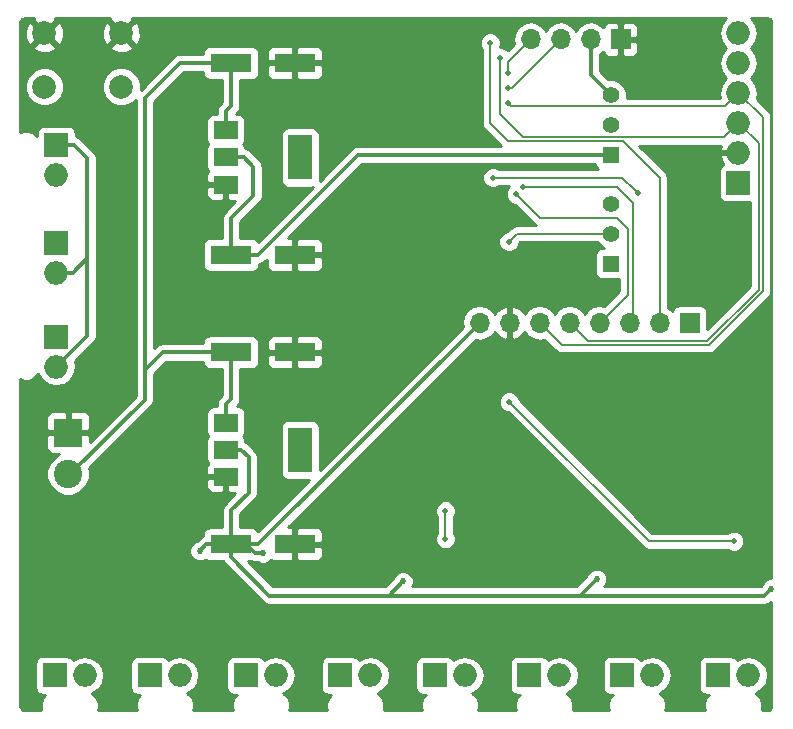
<source format=gbr>
G04 #@! TF.FileFunction,Copper,L2,Bot,Signal*
%FSLAX46Y46*%
G04 Gerber Fmt 4.6, Leading zero omitted, Abs format (unit mm)*
G04 Created by KiCad (PCBNEW 4.0.7-e2-6376~58~ubuntu16.04.1) date Wed Sep  5 16:34:56 2018*
%MOMM*%
%LPD*%
G01*
G04 APERTURE LIST*
%ADD10C,0.100000*%
%ADD11R,3.500000X1.600000*%
%ADD12O,1.998980X1.998980*%
%ADD13R,1.998980X1.998980*%
%ADD14C,2.400000*%
%ADD15R,2.400000X2.400000*%
%ADD16R,1.700000X1.700000*%
%ADD17O,1.700000X1.700000*%
%ADD18R,1.397000X1.397000*%
%ADD19C,1.397000*%
%ADD20C,2.000000*%
%ADD21R,2.000000X3.800000*%
%ADD22R,2.000000X1.500000*%
%ADD23C,0.520000*%
%ADD24C,0.508000*%
%ADD25C,0.300000*%
%ADD26C,0.175000*%
%ADD27C,0.254000*%
G04 APERTURE END LIST*
D10*
D11*
X141050000Y-95250000D03*
X146450000Y-95250000D03*
X141050000Y-54500000D03*
X146450000Y-54500000D03*
X141050000Y-70750000D03*
X146450000Y-70750000D03*
X141050000Y-79000000D03*
X146450000Y-79000000D03*
D12*
X126250000Y-64000000D03*
D13*
X126250000Y-61460000D03*
D14*
X127250000Y-89300000D03*
D15*
X127250000Y-85800000D03*
D16*
X179870000Y-76500000D03*
D17*
X177330000Y-76500000D03*
X174790000Y-76500000D03*
X172250000Y-76500000D03*
X169710000Y-76500000D03*
X167170000Y-76500000D03*
X164630000Y-76500000D03*
X162090000Y-76500000D03*
D12*
X184000000Y-57040000D03*
D13*
X184000000Y-64660000D03*
D12*
X184000000Y-62120000D03*
X184000000Y-59580000D03*
X184000000Y-54500000D03*
X184000000Y-51960000D03*
X126250000Y-72250000D03*
D13*
X126250000Y-69710000D03*
D12*
X126250000Y-80200000D03*
D13*
X126250000Y-77660000D03*
D16*
X174040000Y-52500000D03*
D17*
X171500000Y-52500000D03*
X168960000Y-52500000D03*
X166420000Y-52500000D03*
D12*
X128640000Y-106350000D03*
D13*
X126100000Y-106350000D03*
D12*
X136700000Y-106350000D03*
D13*
X134160000Y-106350000D03*
D12*
X144840000Y-106350000D03*
D13*
X142300000Y-106350000D03*
D12*
X152840000Y-106350000D03*
D13*
X150300000Y-106350000D03*
D12*
X160840000Y-106350000D03*
D13*
X158300000Y-106350000D03*
D12*
X168840000Y-106350000D03*
D13*
X166300000Y-106350000D03*
D12*
X176700000Y-106350000D03*
D13*
X174160000Y-106350000D03*
D12*
X184840000Y-106350000D03*
D13*
X182300000Y-106350000D03*
D18*
X173200000Y-62280000D03*
D19*
X173200000Y-59740000D03*
X173200000Y-57200000D03*
D20*
X131750000Y-52000000D03*
X131750000Y-56500000D03*
X125250000Y-52000000D03*
X125250000Y-56500000D03*
D18*
X173200000Y-71480000D03*
D19*
X173200000Y-68940000D03*
X173200000Y-66400000D03*
D21*
X146900000Y-62500000D03*
D22*
X140600000Y-62500000D03*
X140600000Y-60200000D03*
X140600000Y-64800000D03*
D21*
X146900000Y-87250000D03*
D22*
X140600000Y-87250000D03*
X140600000Y-84950000D03*
X140600000Y-89550000D03*
D23*
X164628356Y-78732374D03*
X164628356Y-74387783D03*
X147178959Y-97383601D03*
X186000000Y-76500000D03*
X159500000Y-74500000D03*
X156250000Y-59250000D03*
X151500000Y-54000000D03*
X131250000Y-76750000D03*
X139750000Y-74750000D03*
X135500000Y-61750000D03*
X135750000Y-64750000D03*
X186000000Y-101250000D03*
X170000000Y-101000000D03*
X137000000Y-100500000D03*
X154000000Y-101250000D03*
D24*
X164521785Y-56607188D03*
X164506761Y-55345411D03*
X164557025Y-69620963D03*
D23*
X143750000Y-96000000D03*
X186800000Y-99000000D03*
X155600000Y-98400000D03*
X172000000Y-98200000D03*
X138400000Y-95800000D03*
D24*
X175458146Y-65538086D03*
X163200000Y-64200000D03*
X163000000Y-52800000D03*
X165764652Y-64969287D03*
X165200000Y-65600000D03*
X163800769Y-54038570D03*
X159200000Y-92400000D03*
X159200000Y-94800000D03*
X164476721Y-57868965D03*
X183600000Y-95000000D03*
X164600000Y-83200000D03*
D25*
X128874556Y-70200000D02*
X128874556Y-62578749D01*
X128874556Y-62578749D02*
X127755807Y-61460000D01*
X127755807Y-61460000D02*
X126250000Y-61460000D01*
X128874556Y-77575444D02*
X128874556Y-70200000D01*
X126250000Y-72250000D02*
X127663492Y-72250000D01*
X127663492Y-72250000D02*
X128874556Y-71038936D01*
X128874556Y-71038936D02*
X128874556Y-70200000D01*
X126250000Y-80200000D02*
X128874556Y-77575444D01*
X164630000Y-78730730D02*
X164628356Y-78732374D01*
X164630000Y-76500000D02*
X164630000Y-78730730D01*
D26*
X164852812Y-56607188D02*
X164521785Y-56607188D01*
X168960000Y-52500000D02*
X164852812Y-56607188D01*
X164506761Y-54986201D02*
X164506761Y-55345411D01*
X164506761Y-54413239D02*
X164506761Y-54986201D01*
X166420000Y-52500000D02*
X164506761Y-54413239D01*
X164811024Y-69366964D02*
X164557025Y-69620963D01*
X165237988Y-68940000D02*
X164811024Y-69366964D01*
X173200000Y-68940000D02*
X165237988Y-68940000D01*
D25*
X173200000Y-57200000D02*
X171500000Y-55500000D01*
X171500000Y-55500000D02*
X171500000Y-52500000D01*
X133750000Y-82996174D02*
X133750000Y-80500000D01*
X133750000Y-80500000D02*
X133750000Y-57500000D01*
X141050000Y-79000000D02*
X135250000Y-79000000D01*
X135250000Y-79000000D02*
X133750000Y-80500000D01*
X127250000Y-89300000D02*
X127446174Y-89300000D01*
X127446174Y-89300000D02*
X133750000Y-82996174D01*
X133750000Y-57500000D02*
X136750000Y-54500000D01*
X136750000Y-54500000D02*
X141050000Y-54500000D01*
X140600000Y-60200000D02*
X140600000Y-58578519D01*
X140600000Y-58578519D02*
X141050000Y-58128519D01*
X141050000Y-58128519D02*
X141050000Y-54500000D01*
X141050000Y-79000000D02*
X141050000Y-82933964D01*
X141050000Y-82933964D02*
X140600000Y-83383964D01*
X140600000Y-83383964D02*
X140600000Y-84950000D01*
X173200000Y-62280000D02*
X151825678Y-62280000D01*
X151825678Y-62280000D02*
X143355678Y-70750000D01*
X143355678Y-70750000D02*
X143100000Y-70750000D01*
X143100000Y-70750000D02*
X141050000Y-70750000D01*
X140600000Y-62500000D02*
X142149684Y-62500000D01*
X142149684Y-62500000D02*
X142937928Y-63288244D01*
X142937928Y-63288244D02*
X142937928Y-65750993D01*
X142937928Y-65750993D02*
X141050000Y-67638921D01*
X141050000Y-67638921D02*
X141050000Y-70750000D01*
X143750000Y-96000000D02*
X143084258Y-96000000D01*
X143084258Y-96000000D02*
X142334258Y-95250000D01*
X142334258Y-95250000D02*
X141050000Y-95250000D01*
X170400000Y-99600000D02*
X186200000Y-99600000D01*
X186200000Y-99600000D02*
X186800000Y-99000000D01*
X154400000Y-99600000D02*
X170400000Y-99600000D01*
X144300000Y-99600000D02*
X154400000Y-99600000D01*
X154400000Y-99600000D02*
X155600000Y-98400000D01*
X170400000Y-99600000D02*
X170600000Y-99600000D01*
X170600000Y-99600000D02*
X172000000Y-98200000D01*
X141050000Y-95250000D02*
X141050000Y-96350000D01*
X141050000Y-96350000D02*
X144300000Y-99600000D01*
X141050000Y-95250000D02*
X138950000Y-95250000D01*
X138950000Y-95250000D02*
X138400000Y-95800000D01*
X162090000Y-76500000D02*
X143340000Y-95250000D01*
X143340000Y-95250000D02*
X141050000Y-95250000D01*
X140600000Y-87250000D02*
X141900000Y-87250000D01*
X141900000Y-87250000D02*
X142527589Y-87877589D01*
X142527589Y-87877589D02*
X142527589Y-90898647D01*
X142527589Y-90898647D02*
X141050000Y-92376236D01*
X141050000Y-92376236D02*
X141050000Y-95250000D01*
D26*
X174120060Y-64200000D02*
X175204147Y-65284087D01*
X175204147Y-65284087D02*
X175458146Y-65538086D01*
X163200000Y-64200000D02*
X174120060Y-64200000D01*
X163000000Y-52800000D02*
X163000000Y-59600000D01*
X163000000Y-59600000D02*
X164516661Y-61116661D01*
X164516661Y-61116661D02*
X174193167Y-61116661D01*
X174193167Y-61116661D02*
X177330000Y-64253494D01*
X177330000Y-64253494D02*
X177330000Y-75297919D01*
X177330000Y-75297919D02*
X177330000Y-76500000D01*
X173685777Y-64969287D02*
X166123862Y-64969287D01*
X175082237Y-66365747D02*
X173685777Y-64969287D01*
X174790000Y-76500000D02*
X175082237Y-76207763D01*
X166123862Y-64969287D02*
X165764652Y-64969287D01*
X175082237Y-76207763D02*
X175082237Y-66365747D01*
X165200000Y-65600000D02*
X167227655Y-67627655D01*
X167227655Y-67627655D02*
X173750931Y-67627655D01*
X174645092Y-74104908D02*
X173099999Y-75650001D01*
X174645092Y-68521816D02*
X174645092Y-74104908D01*
X173750931Y-67627655D02*
X174645092Y-68521816D01*
X173099999Y-75650001D02*
X172250000Y-76500000D01*
X184000000Y-59580000D02*
X182806565Y-60773435D01*
X182806565Y-60773435D02*
X165773435Y-60773435D01*
X163800769Y-54397780D02*
X163800769Y-54038570D01*
X165773435Y-60773435D02*
X163800769Y-58800769D01*
X163800769Y-58800769D02*
X163800769Y-54397780D01*
X185733880Y-61313880D02*
X185733880Y-73681186D01*
X184000000Y-59580000D02*
X185733880Y-61313880D01*
X185733880Y-73681186D02*
X181381463Y-78033603D01*
X181381463Y-78033603D02*
X171243603Y-78033603D01*
X171243603Y-78033603D02*
X170559999Y-77349999D01*
X170559999Y-77349999D02*
X169710000Y-76500000D01*
X159200000Y-94800000D02*
X159200000Y-92400000D01*
X164730720Y-58122964D02*
X164476721Y-57868965D01*
X164760762Y-58153006D02*
X164730720Y-58122964D01*
X184000000Y-57040000D02*
X182886994Y-58153006D01*
X182886994Y-58153006D02*
X164760762Y-58153006D01*
X168019999Y-77349999D02*
X167170000Y-76500000D01*
X169031014Y-78361014D02*
X168019999Y-77349999D01*
X186061291Y-59101291D02*
X186061291Y-73816804D01*
X184000000Y-57040000D02*
X186061291Y-59101291D01*
X181517081Y-78361014D02*
X169031014Y-78361014D01*
X186061291Y-73816804D02*
X181517081Y-78361014D01*
X164600000Y-83200000D02*
X176400000Y-95000000D01*
X176400000Y-95000000D02*
X183600000Y-95000000D01*
D27*
G36*
X124277073Y-50847468D02*
X125250000Y-51820395D01*
X126222927Y-50847468D01*
X126172102Y-50710000D01*
X130827898Y-50710000D01*
X130777073Y-50847468D01*
X131750000Y-51820395D01*
X132722927Y-50847468D01*
X132672102Y-50710000D01*
X182937358Y-50710000D01*
X182844241Y-50772219D01*
X182489928Y-51302486D01*
X182365510Y-51927978D01*
X182365510Y-51992022D01*
X182489928Y-52617514D01*
X182844241Y-53147781D01*
X182967290Y-53230000D01*
X182844241Y-53312219D01*
X182489928Y-53842486D01*
X182365510Y-54467978D01*
X182365510Y-54532022D01*
X182489928Y-55157514D01*
X182844241Y-55687781D01*
X182967290Y-55770000D01*
X182844241Y-55852219D01*
X182489928Y-56382486D01*
X182365510Y-57007978D01*
X182365510Y-57072022D01*
X182436817Y-57430506D01*
X174533299Y-57430506D01*
X174533731Y-56935914D01*
X174331146Y-56445620D01*
X173956353Y-56070173D01*
X173466413Y-55866732D01*
X172976462Y-55866304D01*
X172285000Y-55174842D01*
X172285000Y-53756250D01*
X172550054Y-53579147D01*
X172579403Y-53535223D01*
X172651673Y-53709698D01*
X172830301Y-53888327D01*
X173063690Y-53985000D01*
X173754250Y-53985000D01*
X173913000Y-53826250D01*
X173913000Y-52627000D01*
X174167000Y-52627000D01*
X174167000Y-53826250D01*
X174325750Y-53985000D01*
X175016310Y-53985000D01*
X175249699Y-53888327D01*
X175428327Y-53709698D01*
X175525000Y-53476309D01*
X175525000Y-52785750D01*
X175366250Y-52627000D01*
X174167000Y-52627000D01*
X173913000Y-52627000D01*
X173893000Y-52627000D01*
X173893000Y-52373000D01*
X173913000Y-52373000D01*
X173913000Y-51173750D01*
X174167000Y-51173750D01*
X174167000Y-52373000D01*
X175366250Y-52373000D01*
X175525000Y-52214250D01*
X175525000Y-51523691D01*
X175428327Y-51290302D01*
X175249699Y-51111673D01*
X175016310Y-51015000D01*
X174325750Y-51015000D01*
X174167000Y-51173750D01*
X173913000Y-51173750D01*
X173754250Y-51015000D01*
X173063690Y-51015000D01*
X172830301Y-51111673D01*
X172651673Y-51290302D01*
X172579403Y-51464777D01*
X172550054Y-51420853D01*
X172068285Y-51098946D01*
X171500000Y-50985907D01*
X170931715Y-51098946D01*
X170449946Y-51420853D01*
X170230000Y-51750026D01*
X170010054Y-51420853D01*
X169528285Y-51098946D01*
X168960000Y-50985907D01*
X168391715Y-51098946D01*
X167909946Y-51420853D01*
X167690000Y-51750026D01*
X167470054Y-51420853D01*
X166988285Y-51098946D01*
X166420000Y-50985907D01*
X165851715Y-51098946D01*
X165369946Y-51420853D01*
X165048039Y-51902622D01*
X164935000Y-52470907D01*
X164935000Y-52529093D01*
X165007028Y-52891202D01*
X164458807Y-53439423D01*
X164305005Y-53285352D01*
X163978378Y-53149724D01*
X163817435Y-53149584D01*
X163888846Y-52977609D01*
X163889154Y-52623943D01*
X163754097Y-52297080D01*
X163504236Y-52046782D01*
X163177609Y-51911154D01*
X162823943Y-51910846D01*
X162497080Y-52045903D01*
X162246782Y-52295764D01*
X162111154Y-52622391D01*
X162110846Y-52976057D01*
X162245903Y-53302920D01*
X162277500Y-53334572D01*
X162277500Y-59600000D01*
X162332497Y-59876489D01*
X162489115Y-60110885D01*
X163873231Y-61495000D01*
X151825678Y-61495000D01*
X151525272Y-61554755D01*
X151270599Y-61724921D01*
X148535231Y-64460289D01*
X148547440Y-64400000D01*
X148547440Y-60600000D01*
X148503162Y-60364683D01*
X148364090Y-60148559D01*
X148151890Y-60003569D01*
X147900000Y-59952560D01*
X145900000Y-59952560D01*
X145664683Y-59996838D01*
X145448559Y-60135910D01*
X145303569Y-60348110D01*
X145252560Y-60600000D01*
X145252560Y-64400000D01*
X145296838Y-64635317D01*
X145435910Y-64851441D01*
X145648110Y-64996431D01*
X145900000Y-65047440D01*
X147900000Y-65047440D01*
X147959224Y-65036296D01*
X143355267Y-69640253D01*
X143264090Y-69498559D01*
X143051890Y-69353569D01*
X142800000Y-69302560D01*
X141835000Y-69302560D01*
X141835000Y-67964079D01*
X143493007Y-66306072D01*
X143663173Y-66051400D01*
X143722928Y-65750993D01*
X143722928Y-63288244D01*
X143704663Y-63196420D01*
X143663173Y-62987837D01*
X143493007Y-62733165D01*
X142704763Y-61944921D01*
X142450091Y-61774755D01*
X142244399Y-61733840D01*
X142203162Y-61514683D01*
X142096241Y-61348523D01*
X142196431Y-61201890D01*
X142247440Y-60950000D01*
X142247440Y-59450000D01*
X142203162Y-59214683D01*
X142064090Y-58998559D01*
X141851890Y-58853569D01*
X141600000Y-58802560D01*
X141486117Y-58802560D01*
X141605079Y-58683598D01*
X141775245Y-58428926D01*
X141835000Y-58128519D01*
X141835000Y-55947440D01*
X142800000Y-55947440D01*
X143035317Y-55903162D01*
X143251441Y-55764090D01*
X143396431Y-55551890D01*
X143447440Y-55300000D01*
X143447440Y-54785750D01*
X144065000Y-54785750D01*
X144065000Y-55426310D01*
X144161673Y-55659699D01*
X144340302Y-55838327D01*
X144573691Y-55935000D01*
X146164250Y-55935000D01*
X146323000Y-55776250D01*
X146323000Y-54627000D01*
X146577000Y-54627000D01*
X146577000Y-55776250D01*
X146735750Y-55935000D01*
X148326309Y-55935000D01*
X148559698Y-55838327D01*
X148738327Y-55659699D01*
X148835000Y-55426310D01*
X148835000Y-54785750D01*
X148676250Y-54627000D01*
X146577000Y-54627000D01*
X146323000Y-54627000D01*
X144223750Y-54627000D01*
X144065000Y-54785750D01*
X143447440Y-54785750D01*
X143447440Y-53700000D01*
X143423674Y-53573690D01*
X144065000Y-53573690D01*
X144065000Y-54214250D01*
X144223750Y-54373000D01*
X146323000Y-54373000D01*
X146323000Y-53223750D01*
X146577000Y-53223750D01*
X146577000Y-54373000D01*
X148676250Y-54373000D01*
X148835000Y-54214250D01*
X148835000Y-53573690D01*
X148738327Y-53340301D01*
X148559698Y-53161673D01*
X148326309Y-53065000D01*
X146735750Y-53065000D01*
X146577000Y-53223750D01*
X146323000Y-53223750D01*
X146164250Y-53065000D01*
X144573691Y-53065000D01*
X144340302Y-53161673D01*
X144161673Y-53340301D01*
X144065000Y-53573690D01*
X143423674Y-53573690D01*
X143403162Y-53464683D01*
X143264090Y-53248559D01*
X143051890Y-53103569D01*
X142800000Y-53052560D01*
X139300000Y-53052560D01*
X139064683Y-53096838D01*
X138848559Y-53235910D01*
X138703569Y-53448110D01*
X138652560Y-53700000D01*
X138652560Y-53715000D01*
X136750000Y-53715000D01*
X136449594Y-53774755D01*
X136194921Y-53944921D01*
X133384779Y-56755063D01*
X133385284Y-56176205D01*
X133136894Y-55575057D01*
X132677363Y-55114722D01*
X132076648Y-54865284D01*
X131426205Y-54864716D01*
X130825057Y-55113106D01*
X130364722Y-55572637D01*
X130115284Y-56173352D01*
X130114716Y-56823795D01*
X130363106Y-57424943D01*
X130822637Y-57885278D01*
X131423352Y-58134716D01*
X132073795Y-58135284D01*
X132674943Y-57886894D01*
X132965000Y-57597344D01*
X132965000Y-82671016D01*
X129085000Y-86551016D01*
X129085000Y-86085750D01*
X128926250Y-85927000D01*
X127377000Y-85927000D01*
X127377000Y-85947000D01*
X127123000Y-85947000D01*
X127123000Y-85927000D01*
X125573750Y-85927000D01*
X125415000Y-86085750D01*
X125415000Y-87126309D01*
X125511673Y-87359698D01*
X125690301Y-87538327D01*
X125923690Y-87635000D01*
X126474395Y-87635000D01*
X126211914Y-87743455D01*
X125695270Y-88259199D01*
X125415319Y-88933395D01*
X125414682Y-89663403D01*
X125693455Y-90338086D01*
X126209199Y-90854730D01*
X126883395Y-91134681D01*
X127613403Y-91135318D01*
X128288086Y-90856545D01*
X128804730Y-90340801D01*
X129014445Y-89835750D01*
X138965000Y-89835750D01*
X138965000Y-90426310D01*
X139061673Y-90659699D01*
X139240302Y-90838327D01*
X139473691Y-90935000D01*
X140314250Y-90935000D01*
X140473000Y-90776250D01*
X140473000Y-89677000D01*
X139123750Y-89677000D01*
X138965000Y-89835750D01*
X129014445Y-89835750D01*
X129084681Y-89666605D01*
X129085318Y-88936597D01*
X129036905Y-88819427D01*
X134305079Y-83551253D01*
X134475245Y-83296581D01*
X134535000Y-82996174D01*
X134535000Y-80825158D01*
X135575158Y-79785000D01*
X138652560Y-79785000D01*
X138652560Y-79800000D01*
X138696838Y-80035317D01*
X138835910Y-80251441D01*
X139048110Y-80396431D01*
X139300000Y-80447440D01*
X140265000Y-80447440D01*
X140265000Y-82608806D01*
X140044921Y-82828885D01*
X139874755Y-83083557D01*
X139874755Y-83083558D01*
X139815000Y-83383964D01*
X139815000Y-83552560D01*
X139600000Y-83552560D01*
X139364683Y-83596838D01*
X139148559Y-83735910D01*
X139003569Y-83948110D01*
X138952560Y-84200000D01*
X138952560Y-85700000D01*
X138996838Y-85935317D01*
X139103759Y-86101477D01*
X139003569Y-86248110D01*
X138952560Y-86500000D01*
X138952560Y-88000000D01*
X138996838Y-88235317D01*
X139102482Y-88399492D01*
X139061673Y-88440301D01*
X138965000Y-88673690D01*
X138965000Y-89264250D01*
X139123750Y-89423000D01*
X140473000Y-89423000D01*
X140473000Y-89403000D01*
X140727000Y-89403000D01*
X140727000Y-89423000D01*
X140747000Y-89423000D01*
X140747000Y-89677000D01*
X140727000Y-89677000D01*
X140727000Y-90776250D01*
X140885750Y-90935000D01*
X141381078Y-90935000D01*
X140494921Y-91821157D01*
X140324755Y-92075829D01*
X140295602Y-92222391D01*
X140265000Y-92376236D01*
X140265000Y-93802560D01*
X139300000Y-93802560D01*
X139064683Y-93846838D01*
X138848559Y-93985910D01*
X138703569Y-94198110D01*
X138652560Y-94450000D01*
X138652560Y-94524165D01*
X138649594Y-94524755D01*
X138394921Y-94694921D01*
X138394919Y-94694924D01*
X138158411Y-94931431D01*
X137893686Y-95040814D01*
X137641698Y-95292361D01*
X137505156Y-95621192D01*
X137504845Y-95977245D01*
X137640814Y-96306314D01*
X137892361Y-96558302D01*
X138221192Y-96694844D01*
X138577245Y-96695155D01*
X138906314Y-96559186D01*
X138912047Y-96553463D01*
X139048110Y-96646431D01*
X139300000Y-96697440D01*
X140356181Y-96697440D01*
X140494921Y-96905079D01*
X143744921Y-100155079D01*
X143999593Y-100325245D01*
X144300000Y-100385000D01*
X186200000Y-100385000D01*
X186500407Y-100325245D01*
X186755079Y-100155079D01*
X186790000Y-100120158D01*
X186790000Y-108930070D01*
X186755074Y-109105655D01*
X186695225Y-109195226D01*
X186605655Y-109255074D01*
X186430070Y-109290000D01*
X185957005Y-109290000D01*
X186024794Y-109126745D01*
X186025206Y-108655323D01*
X185845180Y-108219628D01*
X185512125Y-107885991D01*
X185465189Y-107866502D01*
X185497514Y-107860072D01*
X186027781Y-107505759D01*
X186382094Y-106975492D01*
X186506512Y-106350000D01*
X186382094Y-105724508D01*
X186027781Y-105194241D01*
X185497514Y-104839928D01*
X184872022Y-104715510D01*
X184807978Y-104715510D01*
X184182486Y-104839928D01*
X183862923Y-105053453D01*
X183763580Y-104899069D01*
X183551380Y-104754079D01*
X183299490Y-104703070D01*
X181300510Y-104703070D01*
X181065193Y-104747348D01*
X180849069Y-104886420D01*
X180704079Y-105098620D01*
X180653070Y-105350510D01*
X180653070Y-107349490D01*
X180697348Y-107584807D01*
X180836420Y-107800931D01*
X181048620Y-107945921D01*
X181300510Y-107996930D01*
X181517322Y-107996930D01*
X181295991Y-108217875D01*
X181115206Y-108653255D01*
X181114794Y-109124677D01*
X181183104Y-109290000D01*
X177817005Y-109290000D01*
X177884794Y-109126745D01*
X177885206Y-108655323D01*
X177705180Y-108219628D01*
X177372125Y-107885991D01*
X177325189Y-107866502D01*
X177357514Y-107860072D01*
X177887781Y-107505759D01*
X178242094Y-106975492D01*
X178366512Y-106350000D01*
X178242094Y-105724508D01*
X177887781Y-105194241D01*
X177357514Y-104839928D01*
X176732022Y-104715510D01*
X176667978Y-104715510D01*
X176042486Y-104839928D01*
X175722923Y-105053453D01*
X175623580Y-104899069D01*
X175411380Y-104754079D01*
X175159490Y-104703070D01*
X173160510Y-104703070D01*
X172925193Y-104747348D01*
X172709069Y-104886420D01*
X172564079Y-105098620D01*
X172513070Y-105350510D01*
X172513070Y-107349490D01*
X172557348Y-107584807D01*
X172696420Y-107800931D01*
X172908620Y-107945921D01*
X173160510Y-107996930D01*
X173377322Y-107996930D01*
X173155991Y-108217875D01*
X172975206Y-108653255D01*
X172974794Y-109124677D01*
X173043104Y-109290000D01*
X169957005Y-109290000D01*
X170024794Y-109126745D01*
X170025206Y-108655323D01*
X169845180Y-108219628D01*
X169512125Y-107885991D01*
X169465189Y-107866502D01*
X169497514Y-107860072D01*
X170027781Y-107505759D01*
X170382094Y-106975492D01*
X170506512Y-106350000D01*
X170382094Y-105724508D01*
X170027781Y-105194241D01*
X169497514Y-104839928D01*
X168872022Y-104715510D01*
X168807978Y-104715510D01*
X168182486Y-104839928D01*
X167862923Y-105053453D01*
X167763580Y-104899069D01*
X167551380Y-104754079D01*
X167299490Y-104703070D01*
X165300510Y-104703070D01*
X165065193Y-104747348D01*
X164849069Y-104886420D01*
X164704079Y-105098620D01*
X164653070Y-105350510D01*
X164653070Y-107349490D01*
X164697348Y-107584807D01*
X164836420Y-107800931D01*
X165048620Y-107945921D01*
X165300510Y-107996930D01*
X165517322Y-107996930D01*
X165295991Y-108217875D01*
X165115206Y-108653255D01*
X165114794Y-109124677D01*
X165183104Y-109290000D01*
X161957005Y-109290000D01*
X162024794Y-109126745D01*
X162025206Y-108655323D01*
X161845180Y-108219628D01*
X161512125Y-107885991D01*
X161465189Y-107866502D01*
X161497514Y-107860072D01*
X162027781Y-107505759D01*
X162382094Y-106975492D01*
X162506512Y-106350000D01*
X162382094Y-105724508D01*
X162027781Y-105194241D01*
X161497514Y-104839928D01*
X160872022Y-104715510D01*
X160807978Y-104715510D01*
X160182486Y-104839928D01*
X159862923Y-105053453D01*
X159763580Y-104899069D01*
X159551380Y-104754079D01*
X159299490Y-104703070D01*
X157300510Y-104703070D01*
X157065193Y-104747348D01*
X156849069Y-104886420D01*
X156704079Y-105098620D01*
X156653070Y-105350510D01*
X156653070Y-107349490D01*
X156697348Y-107584807D01*
X156836420Y-107800931D01*
X157048620Y-107945921D01*
X157300510Y-107996930D01*
X157517322Y-107996930D01*
X157295991Y-108217875D01*
X157115206Y-108653255D01*
X157114794Y-109124677D01*
X157183104Y-109290000D01*
X153957005Y-109290000D01*
X154024794Y-109126745D01*
X154025206Y-108655323D01*
X153845180Y-108219628D01*
X153512125Y-107885991D01*
X153465189Y-107866502D01*
X153497514Y-107860072D01*
X154027781Y-107505759D01*
X154382094Y-106975492D01*
X154506512Y-106350000D01*
X154382094Y-105724508D01*
X154027781Y-105194241D01*
X153497514Y-104839928D01*
X152872022Y-104715510D01*
X152807978Y-104715510D01*
X152182486Y-104839928D01*
X151862923Y-105053453D01*
X151763580Y-104899069D01*
X151551380Y-104754079D01*
X151299490Y-104703070D01*
X149300510Y-104703070D01*
X149065193Y-104747348D01*
X148849069Y-104886420D01*
X148704079Y-105098620D01*
X148653070Y-105350510D01*
X148653070Y-107349490D01*
X148697348Y-107584807D01*
X148836420Y-107800931D01*
X149048620Y-107945921D01*
X149300510Y-107996930D01*
X149517322Y-107996930D01*
X149295991Y-108217875D01*
X149115206Y-108653255D01*
X149114794Y-109124677D01*
X149183104Y-109290000D01*
X145957005Y-109290000D01*
X146024794Y-109126745D01*
X146025206Y-108655323D01*
X145845180Y-108219628D01*
X145512125Y-107885991D01*
X145465189Y-107866502D01*
X145497514Y-107860072D01*
X146027781Y-107505759D01*
X146382094Y-106975492D01*
X146506512Y-106350000D01*
X146382094Y-105724508D01*
X146027781Y-105194241D01*
X145497514Y-104839928D01*
X144872022Y-104715510D01*
X144807978Y-104715510D01*
X144182486Y-104839928D01*
X143862923Y-105053453D01*
X143763580Y-104899069D01*
X143551380Y-104754079D01*
X143299490Y-104703070D01*
X141300510Y-104703070D01*
X141065193Y-104747348D01*
X140849069Y-104886420D01*
X140704079Y-105098620D01*
X140653070Y-105350510D01*
X140653070Y-107349490D01*
X140697348Y-107584807D01*
X140836420Y-107800931D01*
X141048620Y-107945921D01*
X141300510Y-107996930D01*
X141517322Y-107996930D01*
X141295991Y-108217875D01*
X141115206Y-108653255D01*
X141114794Y-109124677D01*
X141183104Y-109290000D01*
X137817005Y-109290000D01*
X137884794Y-109126745D01*
X137885206Y-108655323D01*
X137705180Y-108219628D01*
X137372125Y-107885991D01*
X137325189Y-107866502D01*
X137357514Y-107860072D01*
X137887781Y-107505759D01*
X138242094Y-106975492D01*
X138366512Y-106350000D01*
X138242094Y-105724508D01*
X137887781Y-105194241D01*
X137357514Y-104839928D01*
X136732022Y-104715510D01*
X136667978Y-104715510D01*
X136042486Y-104839928D01*
X135722923Y-105053453D01*
X135623580Y-104899069D01*
X135411380Y-104754079D01*
X135159490Y-104703070D01*
X133160510Y-104703070D01*
X132925193Y-104747348D01*
X132709069Y-104886420D01*
X132564079Y-105098620D01*
X132513070Y-105350510D01*
X132513070Y-107349490D01*
X132557348Y-107584807D01*
X132696420Y-107800931D01*
X132908620Y-107945921D01*
X133160510Y-107996930D01*
X133377322Y-107996930D01*
X133155991Y-108217875D01*
X132975206Y-108653255D01*
X132974794Y-109124677D01*
X133043104Y-109290000D01*
X129757005Y-109290000D01*
X129824794Y-109126745D01*
X129825206Y-108655323D01*
X129645180Y-108219628D01*
X129312125Y-107885991D01*
X129265189Y-107866502D01*
X129297514Y-107860072D01*
X129827781Y-107505759D01*
X130182094Y-106975492D01*
X130306512Y-106350000D01*
X130182094Y-105724508D01*
X129827781Y-105194241D01*
X129297514Y-104839928D01*
X128672022Y-104715510D01*
X128607978Y-104715510D01*
X127982486Y-104839928D01*
X127662923Y-105053453D01*
X127563580Y-104899069D01*
X127351380Y-104754079D01*
X127099490Y-104703070D01*
X125100510Y-104703070D01*
X124865193Y-104747348D01*
X124649069Y-104886420D01*
X124504079Y-105098620D01*
X124453070Y-105350510D01*
X124453070Y-107349490D01*
X124497348Y-107584807D01*
X124636420Y-107800931D01*
X124848620Y-107945921D01*
X125100510Y-107996930D01*
X125317322Y-107996930D01*
X125095991Y-108217875D01*
X124915206Y-108653255D01*
X124914794Y-109124677D01*
X124983104Y-109290000D01*
X123569930Y-109290000D01*
X123394345Y-109255074D01*
X123304774Y-109195225D01*
X123244926Y-109105655D01*
X123210000Y-108930070D01*
X123210000Y-84473691D01*
X125415000Y-84473691D01*
X125415000Y-85514250D01*
X125573750Y-85673000D01*
X127123000Y-85673000D01*
X127123000Y-84123750D01*
X127377000Y-84123750D01*
X127377000Y-85673000D01*
X128926250Y-85673000D01*
X129085000Y-85514250D01*
X129085000Y-84473691D01*
X128988327Y-84240302D01*
X128809699Y-84061673D01*
X128576310Y-83965000D01*
X127535750Y-83965000D01*
X127377000Y-84123750D01*
X127123000Y-84123750D01*
X126964250Y-83965000D01*
X125923690Y-83965000D01*
X125690301Y-84061673D01*
X125511673Y-84240302D01*
X125415000Y-84473691D01*
X123210000Y-84473691D01*
X123210000Y-81275481D01*
X123473255Y-81384794D01*
X123944677Y-81385206D01*
X124380372Y-81205180D01*
X124714009Y-80872125D01*
X124733498Y-80825189D01*
X124739928Y-80857514D01*
X125094241Y-81387781D01*
X125624508Y-81742094D01*
X126250000Y-81866512D01*
X126875492Y-81742094D01*
X127405759Y-81387781D01*
X127760072Y-80857514D01*
X127884490Y-80232022D01*
X127884490Y-80167978D01*
X127802811Y-79757347D01*
X129429635Y-78130523D01*
X129599801Y-77875850D01*
X129659556Y-77575444D01*
X129659556Y-62578749D01*
X129599801Y-62278343D01*
X129599801Y-62278342D01*
X129429635Y-62023670D01*
X128310886Y-60904921D01*
X128056214Y-60734755D01*
X127896930Y-60703071D01*
X127896930Y-60460510D01*
X127852652Y-60225193D01*
X127713580Y-60009069D01*
X127501380Y-59864079D01*
X127249490Y-59813070D01*
X125250510Y-59813070D01*
X125015193Y-59857348D01*
X124799069Y-59996420D01*
X124654079Y-60208620D01*
X124603070Y-60460510D01*
X124603070Y-60677322D01*
X124382125Y-60455991D01*
X123946745Y-60275206D01*
X123475323Y-60274794D01*
X123210000Y-60384424D01*
X123210000Y-56823795D01*
X123614716Y-56823795D01*
X123863106Y-57424943D01*
X124322637Y-57885278D01*
X124923352Y-58134716D01*
X125573795Y-58135284D01*
X126174943Y-57886894D01*
X126635278Y-57427363D01*
X126884716Y-56826648D01*
X126885284Y-56176205D01*
X126636894Y-55575057D01*
X126177363Y-55114722D01*
X125576648Y-54865284D01*
X124926205Y-54864716D01*
X124325057Y-55113106D01*
X123864722Y-55572637D01*
X123615284Y-56173352D01*
X123614716Y-56823795D01*
X123210000Y-56823795D01*
X123210000Y-53152532D01*
X124277073Y-53152532D01*
X124375736Y-53419387D01*
X124985461Y-53645908D01*
X125635460Y-53621856D01*
X126124264Y-53419387D01*
X126222927Y-53152532D01*
X130777073Y-53152532D01*
X130875736Y-53419387D01*
X131485461Y-53645908D01*
X132135460Y-53621856D01*
X132624264Y-53419387D01*
X132722927Y-53152532D01*
X131750000Y-52179605D01*
X130777073Y-53152532D01*
X126222927Y-53152532D01*
X125250000Y-52179605D01*
X124277073Y-53152532D01*
X123210000Y-53152532D01*
X123210000Y-51735461D01*
X123604092Y-51735461D01*
X123628144Y-52385460D01*
X123830613Y-52874264D01*
X124097468Y-52972927D01*
X125070395Y-52000000D01*
X125429605Y-52000000D01*
X126402532Y-52972927D01*
X126669387Y-52874264D01*
X126895908Y-52264539D01*
X126876331Y-51735461D01*
X130104092Y-51735461D01*
X130128144Y-52385460D01*
X130330613Y-52874264D01*
X130597468Y-52972927D01*
X131570395Y-52000000D01*
X131929605Y-52000000D01*
X132902532Y-52972927D01*
X133169387Y-52874264D01*
X133395908Y-52264539D01*
X133371856Y-51614540D01*
X133169387Y-51125736D01*
X132902532Y-51027073D01*
X131929605Y-52000000D01*
X131570395Y-52000000D01*
X130597468Y-51027073D01*
X130330613Y-51125736D01*
X130104092Y-51735461D01*
X126876331Y-51735461D01*
X126871856Y-51614540D01*
X126669387Y-51125736D01*
X126402532Y-51027073D01*
X125429605Y-52000000D01*
X125070395Y-52000000D01*
X124097468Y-51027073D01*
X123830613Y-51125736D01*
X123604092Y-51735461D01*
X123210000Y-51735461D01*
X123210000Y-51069930D01*
X123244926Y-50894345D01*
X123304774Y-50804775D01*
X123394345Y-50744926D01*
X123569930Y-50710000D01*
X124327898Y-50710000D01*
X124277073Y-50847468D01*
X124277073Y-50847468D01*
G37*
X124277073Y-50847468D02*
X125250000Y-51820395D01*
X126222927Y-50847468D01*
X126172102Y-50710000D01*
X130827898Y-50710000D01*
X130777073Y-50847468D01*
X131750000Y-51820395D01*
X132722927Y-50847468D01*
X132672102Y-50710000D01*
X182937358Y-50710000D01*
X182844241Y-50772219D01*
X182489928Y-51302486D01*
X182365510Y-51927978D01*
X182365510Y-51992022D01*
X182489928Y-52617514D01*
X182844241Y-53147781D01*
X182967290Y-53230000D01*
X182844241Y-53312219D01*
X182489928Y-53842486D01*
X182365510Y-54467978D01*
X182365510Y-54532022D01*
X182489928Y-55157514D01*
X182844241Y-55687781D01*
X182967290Y-55770000D01*
X182844241Y-55852219D01*
X182489928Y-56382486D01*
X182365510Y-57007978D01*
X182365510Y-57072022D01*
X182436817Y-57430506D01*
X174533299Y-57430506D01*
X174533731Y-56935914D01*
X174331146Y-56445620D01*
X173956353Y-56070173D01*
X173466413Y-55866732D01*
X172976462Y-55866304D01*
X172285000Y-55174842D01*
X172285000Y-53756250D01*
X172550054Y-53579147D01*
X172579403Y-53535223D01*
X172651673Y-53709698D01*
X172830301Y-53888327D01*
X173063690Y-53985000D01*
X173754250Y-53985000D01*
X173913000Y-53826250D01*
X173913000Y-52627000D01*
X174167000Y-52627000D01*
X174167000Y-53826250D01*
X174325750Y-53985000D01*
X175016310Y-53985000D01*
X175249699Y-53888327D01*
X175428327Y-53709698D01*
X175525000Y-53476309D01*
X175525000Y-52785750D01*
X175366250Y-52627000D01*
X174167000Y-52627000D01*
X173913000Y-52627000D01*
X173893000Y-52627000D01*
X173893000Y-52373000D01*
X173913000Y-52373000D01*
X173913000Y-51173750D01*
X174167000Y-51173750D01*
X174167000Y-52373000D01*
X175366250Y-52373000D01*
X175525000Y-52214250D01*
X175525000Y-51523691D01*
X175428327Y-51290302D01*
X175249699Y-51111673D01*
X175016310Y-51015000D01*
X174325750Y-51015000D01*
X174167000Y-51173750D01*
X173913000Y-51173750D01*
X173754250Y-51015000D01*
X173063690Y-51015000D01*
X172830301Y-51111673D01*
X172651673Y-51290302D01*
X172579403Y-51464777D01*
X172550054Y-51420853D01*
X172068285Y-51098946D01*
X171500000Y-50985907D01*
X170931715Y-51098946D01*
X170449946Y-51420853D01*
X170230000Y-51750026D01*
X170010054Y-51420853D01*
X169528285Y-51098946D01*
X168960000Y-50985907D01*
X168391715Y-51098946D01*
X167909946Y-51420853D01*
X167690000Y-51750026D01*
X167470054Y-51420853D01*
X166988285Y-51098946D01*
X166420000Y-50985907D01*
X165851715Y-51098946D01*
X165369946Y-51420853D01*
X165048039Y-51902622D01*
X164935000Y-52470907D01*
X164935000Y-52529093D01*
X165007028Y-52891202D01*
X164458807Y-53439423D01*
X164305005Y-53285352D01*
X163978378Y-53149724D01*
X163817435Y-53149584D01*
X163888846Y-52977609D01*
X163889154Y-52623943D01*
X163754097Y-52297080D01*
X163504236Y-52046782D01*
X163177609Y-51911154D01*
X162823943Y-51910846D01*
X162497080Y-52045903D01*
X162246782Y-52295764D01*
X162111154Y-52622391D01*
X162110846Y-52976057D01*
X162245903Y-53302920D01*
X162277500Y-53334572D01*
X162277500Y-59600000D01*
X162332497Y-59876489D01*
X162489115Y-60110885D01*
X163873231Y-61495000D01*
X151825678Y-61495000D01*
X151525272Y-61554755D01*
X151270599Y-61724921D01*
X148535231Y-64460289D01*
X148547440Y-64400000D01*
X148547440Y-60600000D01*
X148503162Y-60364683D01*
X148364090Y-60148559D01*
X148151890Y-60003569D01*
X147900000Y-59952560D01*
X145900000Y-59952560D01*
X145664683Y-59996838D01*
X145448559Y-60135910D01*
X145303569Y-60348110D01*
X145252560Y-60600000D01*
X145252560Y-64400000D01*
X145296838Y-64635317D01*
X145435910Y-64851441D01*
X145648110Y-64996431D01*
X145900000Y-65047440D01*
X147900000Y-65047440D01*
X147959224Y-65036296D01*
X143355267Y-69640253D01*
X143264090Y-69498559D01*
X143051890Y-69353569D01*
X142800000Y-69302560D01*
X141835000Y-69302560D01*
X141835000Y-67964079D01*
X143493007Y-66306072D01*
X143663173Y-66051400D01*
X143722928Y-65750993D01*
X143722928Y-63288244D01*
X143704663Y-63196420D01*
X143663173Y-62987837D01*
X143493007Y-62733165D01*
X142704763Y-61944921D01*
X142450091Y-61774755D01*
X142244399Y-61733840D01*
X142203162Y-61514683D01*
X142096241Y-61348523D01*
X142196431Y-61201890D01*
X142247440Y-60950000D01*
X142247440Y-59450000D01*
X142203162Y-59214683D01*
X142064090Y-58998559D01*
X141851890Y-58853569D01*
X141600000Y-58802560D01*
X141486117Y-58802560D01*
X141605079Y-58683598D01*
X141775245Y-58428926D01*
X141835000Y-58128519D01*
X141835000Y-55947440D01*
X142800000Y-55947440D01*
X143035317Y-55903162D01*
X143251441Y-55764090D01*
X143396431Y-55551890D01*
X143447440Y-55300000D01*
X143447440Y-54785750D01*
X144065000Y-54785750D01*
X144065000Y-55426310D01*
X144161673Y-55659699D01*
X144340302Y-55838327D01*
X144573691Y-55935000D01*
X146164250Y-55935000D01*
X146323000Y-55776250D01*
X146323000Y-54627000D01*
X146577000Y-54627000D01*
X146577000Y-55776250D01*
X146735750Y-55935000D01*
X148326309Y-55935000D01*
X148559698Y-55838327D01*
X148738327Y-55659699D01*
X148835000Y-55426310D01*
X148835000Y-54785750D01*
X148676250Y-54627000D01*
X146577000Y-54627000D01*
X146323000Y-54627000D01*
X144223750Y-54627000D01*
X144065000Y-54785750D01*
X143447440Y-54785750D01*
X143447440Y-53700000D01*
X143423674Y-53573690D01*
X144065000Y-53573690D01*
X144065000Y-54214250D01*
X144223750Y-54373000D01*
X146323000Y-54373000D01*
X146323000Y-53223750D01*
X146577000Y-53223750D01*
X146577000Y-54373000D01*
X148676250Y-54373000D01*
X148835000Y-54214250D01*
X148835000Y-53573690D01*
X148738327Y-53340301D01*
X148559698Y-53161673D01*
X148326309Y-53065000D01*
X146735750Y-53065000D01*
X146577000Y-53223750D01*
X146323000Y-53223750D01*
X146164250Y-53065000D01*
X144573691Y-53065000D01*
X144340302Y-53161673D01*
X144161673Y-53340301D01*
X144065000Y-53573690D01*
X143423674Y-53573690D01*
X143403162Y-53464683D01*
X143264090Y-53248559D01*
X143051890Y-53103569D01*
X142800000Y-53052560D01*
X139300000Y-53052560D01*
X139064683Y-53096838D01*
X138848559Y-53235910D01*
X138703569Y-53448110D01*
X138652560Y-53700000D01*
X138652560Y-53715000D01*
X136750000Y-53715000D01*
X136449594Y-53774755D01*
X136194921Y-53944921D01*
X133384779Y-56755063D01*
X133385284Y-56176205D01*
X133136894Y-55575057D01*
X132677363Y-55114722D01*
X132076648Y-54865284D01*
X131426205Y-54864716D01*
X130825057Y-55113106D01*
X130364722Y-55572637D01*
X130115284Y-56173352D01*
X130114716Y-56823795D01*
X130363106Y-57424943D01*
X130822637Y-57885278D01*
X131423352Y-58134716D01*
X132073795Y-58135284D01*
X132674943Y-57886894D01*
X132965000Y-57597344D01*
X132965000Y-82671016D01*
X129085000Y-86551016D01*
X129085000Y-86085750D01*
X128926250Y-85927000D01*
X127377000Y-85927000D01*
X127377000Y-85947000D01*
X127123000Y-85947000D01*
X127123000Y-85927000D01*
X125573750Y-85927000D01*
X125415000Y-86085750D01*
X125415000Y-87126309D01*
X125511673Y-87359698D01*
X125690301Y-87538327D01*
X125923690Y-87635000D01*
X126474395Y-87635000D01*
X126211914Y-87743455D01*
X125695270Y-88259199D01*
X125415319Y-88933395D01*
X125414682Y-89663403D01*
X125693455Y-90338086D01*
X126209199Y-90854730D01*
X126883395Y-91134681D01*
X127613403Y-91135318D01*
X128288086Y-90856545D01*
X128804730Y-90340801D01*
X129014445Y-89835750D01*
X138965000Y-89835750D01*
X138965000Y-90426310D01*
X139061673Y-90659699D01*
X139240302Y-90838327D01*
X139473691Y-90935000D01*
X140314250Y-90935000D01*
X140473000Y-90776250D01*
X140473000Y-89677000D01*
X139123750Y-89677000D01*
X138965000Y-89835750D01*
X129014445Y-89835750D01*
X129084681Y-89666605D01*
X129085318Y-88936597D01*
X129036905Y-88819427D01*
X134305079Y-83551253D01*
X134475245Y-83296581D01*
X134535000Y-82996174D01*
X134535000Y-80825158D01*
X135575158Y-79785000D01*
X138652560Y-79785000D01*
X138652560Y-79800000D01*
X138696838Y-80035317D01*
X138835910Y-80251441D01*
X139048110Y-80396431D01*
X139300000Y-80447440D01*
X140265000Y-80447440D01*
X140265000Y-82608806D01*
X140044921Y-82828885D01*
X139874755Y-83083557D01*
X139874755Y-83083558D01*
X139815000Y-83383964D01*
X139815000Y-83552560D01*
X139600000Y-83552560D01*
X139364683Y-83596838D01*
X139148559Y-83735910D01*
X139003569Y-83948110D01*
X138952560Y-84200000D01*
X138952560Y-85700000D01*
X138996838Y-85935317D01*
X139103759Y-86101477D01*
X139003569Y-86248110D01*
X138952560Y-86500000D01*
X138952560Y-88000000D01*
X138996838Y-88235317D01*
X139102482Y-88399492D01*
X139061673Y-88440301D01*
X138965000Y-88673690D01*
X138965000Y-89264250D01*
X139123750Y-89423000D01*
X140473000Y-89423000D01*
X140473000Y-89403000D01*
X140727000Y-89403000D01*
X140727000Y-89423000D01*
X140747000Y-89423000D01*
X140747000Y-89677000D01*
X140727000Y-89677000D01*
X140727000Y-90776250D01*
X140885750Y-90935000D01*
X141381078Y-90935000D01*
X140494921Y-91821157D01*
X140324755Y-92075829D01*
X140295602Y-92222391D01*
X140265000Y-92376236D01*
X140265000Y-93802560D01*
X139300000Y-93802560D01*
X139064683Y-93846838D01*
X138848559Y-93985910D01*
X138703569Y-94198110D01*
X138652560Y-94450000D01*
X138652560Y-94524165D01*
X138649594Y-94524755D01*
X138394921Y-94694921D01*
X138394919Y-94694924D01*
X138158411Y-94931431D01*
X137893686Y-95040814D01*
X137641698Y-95292361D01*
X137505156Y-95621192D01*
X137504845Y-95977245D01*
X137640814Y-96306314D01*
X137892361Y-96558302D01*
X138221192Y-96694844D01*
X138577245Y-96695155D01*
X138906314Y-96559186D01*
X138912047Y-96553463D01*
X139048110Y-96646431D01*
X139300000Y-96697440D01*
X140356181Y-96697440D01*
X140494921Y-96905079D01*
X143744921Y-100155079D01*
X143999593Y-100325245D01*
X144300000Y-100385000D01*
X186200000Y-100385000D01*
X186500407Y-100325245D01*
X186755079Y-100155079D01*
X186790000Y-100120158D01*
X186790000Y-108930070D01*
X186755074Y-109105655D01*
X186695225Y-109195226D01*
X186605655Y-109255074D01*
X186430070Y-109290000D01*
X185957005Y-109290000D01*
X186024794Y-109126745D01*
X186025206Y-108655323D01*
X185845180Y-108219628D01*
X185512125Y-107885991D01*
X185465189Y-107866502D01*
X185497514Y-107860072D01*
X186027781Y-107505759D01*
X186382094Y-106975492D01*
X186506512Y-106350000D01*
X186382094Y-105724508D01*
X186027781Y-105194241D01*
X185497514Y-104839928D01*
X184872022Y-104715510D01*
X184807978Y-104715510D01*
X184182486Y-104839928D01*
X183862923Y-105053453D01*
X183763580Y-104899069D01*
X183551380Y-104754079D01*
X183299490Y-104703070D01*
X181300510Y-104703070D01*
X181065193Y-104747348D01*
X180849069Y-104886420D01*
X180704079Y-105098620D01*
X180653070Y-105350510D01*
X180653070Y-107349490D01*
X180697348Y-107584807D01*
X180836420Y-107800931D01*
X181048620Y-107945921D01*
X181300510Y-107996930D01*
X181517322Y-107996930D01*
X181295991Y-108217875D01*
X181115206Y-108653255D01*
X181114794Y-109124677D01*
X181183104Y-109290000D01*
X177817005Y-109290000D01*
X177884794Y-109126745D01*
X177885206Y-108655323D01*
X177705180Y-108219628D01*
X177372125Y-107885991D01*
X177325189Y-107866502D01*
X177357514Y-107860072D01*
X177887781Y-107505759D01*
X178242094Y-106975492D01*
X178366512Y-106350000D01*
X178242094Y-105724508D01*
X177887781Y-105194241D01*
X177357514Y-104839928D01*
X176732022Y-104715510D01*
X176667978Y-104715510D01*
X176042486Y-104839928D01*
X175722923Y-105053453D01*
X175623580Y-104899069D01*
X175411380Y-104754079D01*
X175159490Y-104703070D01*
X173160510Y-104703070D01*
X172925193Y-104747348D01*
X172709069Y-104886420D01*
X172564079Y-105098620D01*
X172513070Y-105350510D01*
X172513070Y-107349490D01*
X172557348Y-107584807D01*
X172696420Y-107800931D01*
X172908620Y-107945921D01*
X173160510Y-107996930D01*
X173377322Y-107996930D01*
X173155991Y-108217875D01*
X172975206Y-108653255D01*
X172974794Y-109124677D01*
X173043104Y-109290000D01*
X169957005Y-109290000D01*
X170024794Y-109126745D01*
X170025206Y-108655323D01*
X169845180Y-108219628D01*
X169512125Y-107885991D01*
X169465189Y-107866502D01*
X169497514Y-107860072D01*
X170027781Y-107505759D01*
X170382094Y-106975492D01*
X170506512Y-106350000D01*
X170382094Y-105724508D01*
X170027781Y-105194241D01*
X169497514Y-104839928D01*
X168872022Y-104715510D01*
X168807978Y-104715510D01*
X168182486Y-104839928D01*
X167862923Y-105053453D01*
X167763580Y-104899069D01*
X167551380Y-104754079D01*
X167299490Y-104703070D01*
X165300510Y-104703070D01*
X165065193Y-104747348D01*
X164849069Y-104886420D01*
X164704079Y-105098620D01*
X164653070Y-105350510D01*
X164653070Y-107349490D01*
X164697348Y-107584807D01*
X164836420Y-107800931D01*
X165048620Y-107945921D01*
X165300510Y-107996930D01*
X165517322Y-107996930D01*
X165295991Y-108217875D01*
X165115206Y-108653255D01*
X165114794Y-109124677D01*
X165183104Y-109290000D01*
X161957005Y-109290000D01*
X162024794Y-109126745D01*
X162025206Y-108655323D01*
X161845180Y-108219628D01*
X161512125Y-107885991D01*
X161465189Y-107866502D01*
X161497514Y-107860072D01*
X162027781Y-107505759D01*
X162382094Y-106975492D01*
X162506512Y-106350000D01*
X162382094Y-105724508D01*
X162027781Y-105194241D01*
X161497514Y-104839928D01*
X160872022Y-104715510D01*
X160807978Y-104715510D01*
X160182486Y-104839928D01*
X159862923Y-105053453D01*
X159763580Y-104899069D01*
X159551380Y-104754079D01*
X159299490Y-104703070D01*
X157300510Y-104703070D01*
X157065193Y-104747348D01*
X156849069Y-104886420D01*
X156704079Y-105098620D01*
X156653070Y-105350510D01*
X156653070Y-107349490D01*
X156697348Y-107584807D01*
X156836420Y-107800931D01*
X157048620Y-107945921D01*
X157300510Y-107996930D01*
X157517322Y-107996930D01*
X157295991Y-108217875D01*
X157115206Y-108653255D01*
X157114794Y-109124677D01*
X157183104Y-109290000D01*
X153957005Y-109290000D01*
X154024794Y-109126745D01*
X154025206Y-108655323D01*
X153845180Y-108219628D01*
X153512125Y-107885991D01*
X153465189Y-107866502D01*
X153497514Y-107860072D01*
X154027781Y-107505759D01*
X154382094Y-106975492D01*
X154506512Y-106350000D01*
X154382094Y-105724508D01*
X154027781Y-105194241D01*
X153497514Y-104839928D01*
X152872022Y-104715510D01*
X152807978Y-104715510D01*
X152182486Y-104839928D01*
X151862923Y-105053453D01*
X151763580Y-104899069D01*
X151551380Y-104754079D01*
X151299490Y-104703070D01*
X149300510Y-104703070D01*
X149065193Y-104747348D01*
X148849069Y-104886420D01*
X148704079Y-105098620D01*
X148653070Y-105350510D01*
X148653070Y-107349490D01*
X148697348Y-107584807D01*
X148836420Y-107800931D01*
X149048620Y-107945921D01*
X149300510Y-107996930D01*
X149517322Y-107996930D01*
X149295991Y-108217875D01*
X149115206Y-108653255D01*
X149114794Y-109124677D01*
X149183104Y-109290000D01*
X145957005Y-109290000D01*
X146024794Y-109126745D01*
X146025206Y-108655323D01*
X145845180Y-108219628D01*
X145512125Y-107885991D01*
X145465189Y-107866502D01*
X145497514Y-107860072D01*
X146027781Y-107505759D01*
X146382094Y-106975492D01*
X146506512Y-106350000D01*
X146382094Y-105724508D01*
X146027781Y-105194241D01*
X145497514Y-104839928D01*
X144872022Y-104715510D01*
X144807978Y-104715510D01*
X144182486Y-104839928D01*
X143862923Y-105053453D01*
X143763580Y-104899069D01*
X143551380Y-104754079D01*
X143299490Y-104703070D01*
X141300510Y-104703070D01*
X141065193Y-104747348D01*
X140849069Y-104886420D01*
X140704079Y-105098620D01*
X140653070Y-105350510D01*
X140653070Y-107349490D01*
X140697348Y-107584807D01*
X140836420Y-107800931D01*
X141048620Y-107945921D01*
X141300510Y-107996930D01*
X141517322Y-107996930D01*
X141295991Y-108217875D01*
X141115206Y-108653255D01*
X141114794Y-109124677D01*
X141183104Y-109290000D01*
X137817005Y-109290000D01*
X137884794Y-109126745D01*
X137885206Y-108655323D01*
X137705180Y-108219628D01*
X137372125Y-107885991D01*
X137325189Y-107866502D01*
X137357514Y-107860072D01*
X137887781Y-107505759D01*
X138242094Y-106975492D01*
X138366512Y-106350000D01*
X138242094Y-105724508D01*
X137887781Y-105194241D01*
X137357514Y-104839928D01*
X136732022Y-104715510D01*
X136667978Y-104715510D01*
X136042486Y-104839928D01*
X135722923Y-105053453D01*
X135623580Y-104899069D01*
X135411380Y-104754079D01*
X135159490Y-104703070D01*
X133160510Y-104703070D01*
X132925193Y-104747348D01*
X132709069Y-104886420D01*
X132564079Y-105098620D01*
X132513070Y-105350510D01*
X132513070Y-107349490D01*
X132557348Y-107584807D01*
X132696420Y-107800931D01*
X132908620Y-107945921D01*
X133160510Y-107996930D01*
X133377322Y-107996930D01*
X133155991Y-108217875D01*
X132975206Y-108653255D01*
X132974794Y-109124677D01*
X133043104Y-109290000D01*
X129757005Y-109290000D01*
X129824794Y-109126745D01*
X129825206Y-108655323D01*
X129645180Y-108219628D01*
X129312125Y-107885991D01*
X129265189Y-107866502D01*
X129297514Y-107860072D01*
X129827781Y-107505759D01*
X130182094Y-106975492D01*
X130306512Y-106350000D01*
X130182094Y-105724508D01*
X129827781Y-105194241D01*
X129297514Y-104839928D01*
X128672022Y-104715510D01*
X128607978Y-104715510D01*
X127982486Y-104839928D01*
X127662923Y-105053453D01*
X127563580Y-104899069D01*
X127351380Y-104754079D01*
X127099490Y-104703070D01*
X125100510Y-104703070D01*
X124865193Y-104747348D01*
X124649069Y-104886420D01*
X124504079Y-105098620D01*
X124453070Y-105350510D01*
X124453070Y-107349490D01*
X124497348Y-107584807D01*
X124636420Y-107800931D01*
X124848620Y-107945921D01*
X125100510Y-107996930D01*
X125317322Y-107996930D01*
X125095991Y-108217875D01*
X124915206Y-108653255D01*
X124914794Y-109124677D01*
X124983104Y-109290000D01*
X123569930Y-109290000D01*
X123394345Y-109255074D01*
X123304774Y-109195225D01*
X123244926Y-109105655D01*
X123210000Y-108930070D01*
X123210000Y-84473691D01*
X125415000Y-84473691D01*
X125415000Y-85514250D01*
X125573750Y-85673000D01*
X127123000Y-85673000D01*
X127123000Y-84123750D01*
X127377000Y-84123750D01*
X127377000Y-85673000D01*
X128926250Y-85673000D01*
X129085000Y-85514250D01*
X129085000Y-84473691D01*
X128988327Y-84240302D01*
X128809699Y-84061673D01*
X128576310Y-83965000D01*
X127535750Y-83965000D01*
X127377000Y-84123750D01*
X127123000Y-84123750D01*
X126964250Y-83965000D01*
X125923690Y-83965000D01*
X125690301Y-84061673D01*
X125511673Y-84240302D01*
X125415000Y-84473691D01*
X123210000Y-84473691D01*
X123210000Y-81275481D01*
X123473255Y-81384794D01*
X123944677Y-81385206D01*
X124380372Y-81205180D01*
X124714009Y-80872125D01*
X124733498Y-80825189D01*
X124739928Y-80857514D01*
X125094241Y-81387781D01*
X125624508Y-81742094D01*
X126250000Y-81866512D01*
X126875492Y-81742094D01*
X127405759Y-81387781D01*
X127760072Y-80857514D01*
X127884490Y-80232022D01*
X127884490Y-80167978D01*
X127802811Y-79757347D01*
X129429635Y-78130523D01*
X129599801Y-77875850D01*
X129659556Y-77575444D01*
X129659556Y-62578749D01*
X129599801Y-62278343D01*
X129599801Y-62278342D01*
X129429635Y-62023670D01*
X128310886Y-60904921D01*
X128056214Y-60734755D01*
X127896930Y-60703071D01*
X127896930Y-60460510D01*
X127852652Y-60225193D01*
X127713580Y-60009069D01*
X127501380Y-59864079D01*
X127249490Y-59813070D01*
X125250510Y-59813070D01*
X125015193Y-59857348D01*
X124799069Y-59996420D01*
X124654079Y-60208620D01*
X124603070Y-60460510D01*
X124603070Y-60677322D01*
X124382125Y-60455991D01*
X123946745Y-60275206D01*
X123475323Y-60274794D01*
X123210000Y-60384424D01*
X123210000Y-56823795D01*
X123614716Y-56823795D01*
X123863106Y-57424943D01*
X124322637Y-57885278D01*
X124923352Y-58134716D01*
X125573795Y-58135284D01*
X126174943Y-57886894D01*
X126635278Y-57427363D01*
X126884716Y-56826648D01*
X126885284Y-56176205D01*
X126636894Y-55575057D01*
X126177363Y-55114722D01*
X125576648Y-54865284D01*
X124926205Y-54864716D01*
X124325057Y-55113106D01*
X123864722Y-55572637D01*
X123615284Y-56173352D01*
X123614716Y-56823795D01*
X123210000Y-56823795D01*
X123210000Y-53152532D01*
X124277073Y-53152532D01*
X124375736Y-53419387D01*
X124985461Y-53645908D01*
X125635460Y-53621856D01*
X126124264Y-53419387D01*
X126222927Y-53152532D01*
X130777073Y-53152532D01*
X130875736Y-53419387D01*
X131485461Y-53645908D01*
X132135460Y-53621856D01*
X132624264Y-53419387D01*
X132722927Y-53152532D01*
X131750000Y-52179605D01*
X130777073Y-53152532D01*
X126222927Y-53152532D01*
X125250000Y-52179605D01*
X124277073Y-53152532D01*
X123210000Y-53152532D01*
X123210000Y-51735461D01*
X123604092Y-51735461D01*
X123628144Y-52385460D01*
X123830613Y-52874264D01*
X124097468Y-52972927D01*
X125070395Y-52000000D01*
X125429605Y-52000000D01*
X126402532Y-52972927D01*
X126669387Y-52874264D01*
X126895908Y-52264539D01*
X126876331Y-51735461D01*
X130104092Y-51735461D01*
X130128144Y-52385460D01*
X130330613Y-52874264D01*
X130597468Y-52972927D01*
X131570395Y-52000000D01*
X131929605Y-52000000D01*
X132902532Y-52972927D01*
X133169387Y-52874264D01*
X133395908Y-52264539D01*
X133371856Y-51614540D01*
X133169387Y-51125736D01*
X132902532Y-51027073D01*
X131929605Y-52000000D01*
X131570395Y-52000000D01*
X130597468Y-51027073D01*
X130330613Y-51125736D01*
X130104092Y-51735461D01*
X126876331Y-51735461D01*
X126871856Y-51614540D01*
X126669387Y-51125736D01*
X126402532Y-51027073D01*
X125429605Y-52000000D01*
X125070395Y-52000000D01*
X124097468Y-51027073D01*
X123830613Y-51125736D01*
X123604092Y-51735461D01*
X123210000Y-51735461D01*
X123210000Y-51069930D01*
X123244926Y-50894345D01*
X123304774Y-50804775D01*
X123394345Y-50744926D01*
X123569930Y-50710000D01*
X124327898Y-50710000D01*
X124277073Y-50847468D01*
G36*
X186605655Y-50744926D02*
X186695225Y-50804774D01*
X186755074Y-50894345D01*
X186790000Y-51069930D01*
X186790000Y-98104991D01*
X186622755Y-98104845D01*
X186293686Y-98240814D01*
X186041698Y-98492361D01*
X185931078Y-98758764D01*
X185874842Y-98815000D01*
X172650753Y-98815000D01*
X172758302Y-98707639D01*
X172894844Y-98378808D01*
X172895155Y-98022755D01*
X172759186Y-97693686D01*
X172507639Y-97441698D01*
X172178808Y-97305156D01*
X171822755Y-97304845D01*
X171493686Y-97440814D01*
X171241698Y-97692361D01*
X171131078Y-97958764D01*
X170274842Y-98815000D01*
X156396769Y-98815000D01*
X156494844Y-98578808D01*
X156495155Y-98222755D01*
X156359186Y-97893686D01*
X156107639Y-97641698D01*
X155778808Y-97505156D01*
X155422755Y-97504845D01*
X155093686Y-97640814D01*
X154841698Y-97892361D01*
X154731078Y-98158764D01*
X154074842Y-98815000D01*
X144625158Y-98815000D01*
X142507598Y-96697440D01*
X142742238Y-96697440D01*
X142783851Y-96725245D01*
X143084258Y-96785000D01*
X143306657Y-96785000D01*
X143571192Y-96894844D01*
X143927245Y-96895155D01*
X144256314Y-96759186D01*
X144401909Y-96613846D01*
X144573691Y-96685000D01*
X146164250Y-96685000D01*
X146323000Y-96526250D01*
X146323000Y-95377000D01*
X146577000Y-95377000D01*
X146577000Y-96526250D01*
X146735750Y-96685000D01*
X148326309Y-96685000D01*
X148559698Y-96588327D01*
X148738327Y-96409699D01*
X148835000Y-96176310D01*
X148835000Y-95535750D01*
X148676250Y-95377000D01*
X146577000Y-95377000D01*
X146323000Y-95377000D01*
X146303000Y-95377000D01*
X146303000Y-95123000D01*
X146323000Y-95123000D01*
X146323000Y-93973750D01*
X146577000Y-93973750D01*
X146577000Y-95123000D01*
X148676250Y-95123000D01*
X148835000Y-94964250D01*
X148835000Y-94323690D01*
X148738327Y-94090301D01*
X148559698Y-93911673D01*
X148326309Y-93815000D01*
X146735750Y-93815000D01*
X146577000Y-93973750D01*
X146323000Y-93973750D01*
X146164250Y-93815000D01*
X145885158Y-93815000D01*
X147124101Y-92576057D01*
X158310846Y-92576057D01*
X158445903Y-92902920D01*
X158477500Y-92934572D01*
X158477500Y-94265100D01*
X158446782Y-94295764D01*
X158311154Y-94622391D01*
X158310846Y-94976057D01*
X158445903Y-95302920D01*
X158695764Y-95553218D01*
X159022391Y-95688846D01*
X159376057Y-95689154D01*
X159702920Y-95554097D01*
X159953218Y-95304236D01*
X160088846Y-94977609D01*
X160089154Y-94623943D01*
X159954097Y-94297080D01*
X159922500Y-94265428D01*
X159922500Y-92934900D01*
X159953218Y-92904236D01*
X160088846Y-92577609D01*
X160089154Y-92223943D01*
X159954097Y-91897080D01*
X159704236Y-91646782D01*
X159377609Y-91511154D01*
X159023943Y-91510846D01*
X158697080Y-91645903D01*
X158446782Y-91895764D01*
X158311154Y-92222391D01*
X158310846Y-92576057D01*
X147124101Y-92576057D01*
X156324101Y-83376057D01*
X163710846Y-83376057D01*
X163845903Y-83702920D01*
X164095764Y-83953218D01*
X164422391Y-84088846D01*
X164467115Y-84088885D01*
X175889115Y-95510885D01*
X176123511Y-95667503D01*
X176400000Y-95722500D01*
X183065100Y-95722500D01*
X183095764Y-95753218D01*
X183422391Y-95888846D01*
X183776057Y-95889154D01*
X184102920Y-95754097D01*
X184353218Y-95504236D01*
X184488846Y-95177609D01*
X184489154Y-94823943D01*
X184354097Y-94497080D01*
X184104236Y-94246782D01*
X183777609Y-94111154D01*
X183423943Y-94110846D01*
X183097080Y-94245903D01*
X183065428Y-94277500D01*
X176699270Y-94277500D01*
X165489116Y-83067346D01*
X165489154Y-83023943D01*
X165354097Y-82697080D01*
X165104236Y-82446782D01*
X164777609Y-82311154D01*
X164423943Y-82310846D01*
X164097080Y-82445903D01*
X163846782Y-82695764D01*
X163711154Y-83022391D01*
X163710846Y-83376057D01*
X156324101Y-83376057D01*
X161753082Y-77947076D01*
X162090000Y-78014093D01*
X162658285Y-77901054D01*
X163140054Y-77579147D01*
X163367702Y-77238447D01*
X163434817Y-77381358D01*
X163863076Y-77771645D01*
X164273110Y-77941476D01*
X164503000Y-77820155D01*
X164503000Y-76627000D01*
X164483000Y-76627000D01*
X164483000Y-76373000D01*
X164503000Y-76373000D01*
X164503000Y-75179845D01*
X164273110Y-75058524D01*
X163863076Y-75228355D01*
X163434817Y-75618642D01*
X163367702Y-75761553D01*
X163140054Y-75420853D01*
X162658285Y-75098946D01*
X162090000Y-74985907D01*
X161521715Y-75098946D01*
X161039946Y-75420853D01*
X160718039Y-75902622D01*
X160605000Y-76470907D01*
X160605000Y-76529093D01*
X160662363Y-76817479D01*
X148547440Y-88932402D01*
X148547440Y-85350000D01*
X148503162Y-85114683D01*
X148364090Y-84898559D01*
X148151890Y-84753569D01*
X147900000Y-84702560D01*
X145900000Y-84702560D01*
X145664683Y-84746838D01*
X145448559Y-84885910D01*
X145303569Y-85098110D01*
X145252560Y-85350000D01*
X145252560Y-89150000D01*
X145296838Y-89385317D01*
X145435910Y-89601441D01*
X145648110Y-89746431D01*
X145900000Y-89797440D01*
X147682402Y-89797440D01*
X143349129Y-94130713D01*
X143264090Y-93998559D01*
X143051890Y-93853569D01*
X142800000Y-93802560D01*
X141835000Y-93802560D01*
X141835000Y-92701394D01*
X143082668Y-91453726D01*
X143252833Y-91199054D01*
X143252834Y-91199053D01*
X143312589Y-90898647D01*
X143312589Y-87877589D01*
X143252834Y-87577183D01*
X143082668Y-87322510D01*
X142455079Y-86694921D01*
X142247440Y-86556181D01*
X142247440Y-86500000D01*
X142203162Y-86264683D01*
X142096241Y-86098523D01*
X142196431Y-85951890D01*
X142247440Y-85700000D01*
X142247440Y-84200000D01*
X142203162Y-83964683D01*
X142064090Y-83748559D01*
X141851890Y-83603569D01*
X141600000Y-83552560D01*
X141541562Y-83552560D01*
X141605079Y-83489043D01*
X141775245Y-83234371D01*
X141835000Y-82933964D01*
X141835000Y-80447440D01*
X142800000Y-80447440D01*
X143035317Y-80403162D01*
X143251441Y-80264090D01*
X143396431Y-80051890D01*
X143447440Y-79800000D01*
X143447440Y-79285750D01*
X144065000Y-79285750D01*
X144065000Y-79926310D01*
X144161673Y-80159699D01*
X144340302Y-80338327D01*
X144573691Y-80435000D01*
X146164250Y-80435000D01*
X146323000Y-80276250D01*
X146323000Y-79127000D01*
X146577000Y-79127000D01*
X146577000Y-80276250D01*
X146735750Y-80435000D01*
X148326309Y-80435000D01*
X148559698Y-80338327D01*
X148738327Y-80159699D01*
X148835000Y-79926310D01*
X148835000Y-79285750D01*
X148676250Y-79127000D01*
X146577000Y-79127000D01*
X146323000Y-79127000D01*
X144223750Y-79127000D01*
X144065000Y-79285750D01*
X143447440Y-79285750D01*
X143447440Y-78200000D01*
X143423674Y-78073690D01*
X144065000Y-78073690D01*
X144065000Y-78714250D01*
X144223750Y-78873000D01*
X146323000Y-78873000D01*
X146323000Y-77723750D01*
X146577000Y-77723750D01*
X146577000Y-78873000D01*
X148676250Y-78873000D01*
X148835000Y-78714250D01*
X148835000Y-78073690D01*
X148738327Y-77840301D01*
X148559698Y-77661673D01*
X148326309Y-77565000D01*
X146735750Y-77565000D01*
X146577000Y-77723750D01*
X146323000Y-77723750D01*
X146164250Y-77565000D01*
X144573691Y-77565000D01*
X144340302Y-77661673D01*
X144161673Y-77840301D01*
X144065000Y-78073690D01*
X143423674Y-78073690D01*
X143403162Y-77964683D01*
X143264090Y-77748559D01*
X143051890Y-77603569D01*
X142800000Y-77552560D01*
X139300000Y-77552560D01*
X139064683Y-77596838D01*
X138848559Y-77735910D01*
X138703569Y-77948110D01*
X138652560Y-78200000D01*
X138652560Y-78215000D01*
X135250000Y-78215000D01*
X134949593Y-78274755D01*
X134694921Y-78444921D01*
X134535000Y-78604842D01*
X134535000Y-65085750D01*
X138965000Y-65085750D01*
X138965000Y-65676310D01*
X139061673Y-65909699D01*
X139240302Y-66088327D01*
X139473691Y-66185000D01*
X140314250Y-66185000D01*
X140473000Y-66026250D01*
X140473000Y-64927000D01*
X139123750Y-64927000D01*
X138965000Y-65085750D01*
X134535000Y-65085750D01*
X134535000Y-57825158D01*
X137075158Y-55285000D01*
X138652560Y-55285000D01*
X138652560Y-55300000D01*
X138696838Y-55535317D01*
X138835910Y-55751441D01*
X139048110Y-55896431D01*
X139300000Y-55947440D01*
X140265000Y-55947440D01*
X140265000Y-57803361D01*
X140044921Y-58023440D01*
X139874755Y-58278112D01*
X139864468Y-58329827D01*
X139815000Y-58578519D01*
X139815000Y-58802560D01*
X139600000Y-58802560D01*
X139364683Y-58846838D01*
X139148559Y-58985910D01*
X139003569Y-59198110D01*
X138952560Y-59450000D01*
X138952560Y-60950000D01*
X138996838Y-61185317D01*
X139103759Y-61351477D01*
X139003569Y-61498110D01*
X138952560Y-61750000D01*
X138952560Y-63250000D01*
X138996838Y-63485317D01*
X139102482Y-63649492D01*
X139061673Y-63690301D01*
X138965000Y-63923690D01*
X138965000Y-64514250D01*
X139123750Y-64673000D01*
X140473000Y-64673000D01*
X140473000Y-64653000D01*
X140727000Y-64653000D01*
X140727000Y-64673000D01*
X140747000Y-64673000D01*
X140747000Y-64927000D01*
X140727000Y-64927000D01*
X140727000Y-66026250D01*
X140885750Y-66185000D01*
X141393763Y-66185000D01*
X140494921Y-67083842D01*
X140324755Y-67338514D01*
X140278749Y-67569800D01*
X140265000Y-67638921D01*
X140265000Y-69302560D01*
X139300000Y-69302560D01*
X139064683Y-69346838D01*
X138848559Y-69485910D01*
X138703569Y-69698110D01*
X138652560Y-69950000D01*
X138652560Y-71550000D01*
X138696838Y-71785317D01*
X138835910Y-72001441D01*
X139048110Y-72146431D01*
X139300000Y-72197440D01*
X142800000Y-72197440D01*
X143035317Y-72153162D01*
X143251441Y-72014090D01*
X143396431Y-71801890D01*
X143447440Y-71550000D01*
X143447440Y-71516747D01*
X143656085Y-71475245D01*
X143910757Y-71305079D01*
X144065000Y-71150836D01*
X144065000Y-71676310D01*
X144161673Y-71909699D01*
X144340302Y-72088327D01*
X144573691Y-72185000D01*
X146164250Y-72185000D01*
X146323000Y-72026250D01*
X146323000Y-70877000D01*
X146577000Y-70877000D01*
X146577000Y-72026250D01*
X146735750Y-72185000D01*
X148326309Y-72185000D01*
X148559698Y-72088327D01*
X148738327Y-71909699D01*
X148835000Y-71676310D01*
X148835000Y-71035750D01*
X148676250Y-70877000D01*
X146577000Y-70877000D01*
X146323000Y-70877000D01*
X146303000Y-70877000D01*
X146303000Y-70623000D01*
X146323000Y-70623000D01*
X146323000Y-69473750D01*
X146577000Y-69473750D01*
X146577000Y-70623000D01*
X148676250Y-70623000D01*
X148835000Y-70464250D01*
X148835000Y-69823690D01*
X148738327Y-69590301D01*
X148559698Y-69411673D01*
X148326309Y-69315000D01*
X146735750Y-69315000D01*
X146577000Y-69473750D01*
X146323000Y-69473750D01*
X146164250Y-69315000D01*
X145900836Y-69315000D01*
X152150836Y-63065000D01*
X171870336Y-63065000D01*
X171898338Y-63213817D01*
X172037410Y-63429941D01*
X172107015Y-63477500D01*
X163734900Y-63477500D01*
X163704236Y-63446782D01*
X163377609Y-63311154D01*
X163023943Y-63310846D01*
X162697080Y-63445903D01*
X162446782Y-63695764D01*
X162311154Y-64022391D01*
X162310846Y-64376057D01*
X162445903Y-64702920D01*
X162695764Y-64953218D01*
X163022391Y-65088846D01*
X163376057Y-65089154D01*
X163702920Y-64954097D01*
X163734572Y-64922500D01*
X164620349Y-64922500D01*
X164446782Y-65095764D01*
X164311154Y-65422391D01*
X164310846Y-65776057D01*
X164445903Y-66102920D01*
X164695764Y-66353218D01*
X165022391Y-66488846D01*
X165067115Y-66488885D01*
X166716770Y-68138540D01*
X166834942Y-68217500D01*
X165237988Y-68217500D01*
X164961499Y-68272497D01*
X164727103Y-68429115D01*
X164727101Y-68429118D01*
X164424371Y-68731847D01*
X164380968Y-68731809D01*
X164054105Y-68866866D01*
X163803807Y-69116727D01*
X163668179Y-69443354D01*
X163667871Y-69797020D01*
X163802928Y-70123883D01*
X164052789Y-70374181D01*
X164379416Y-70509809D01*
X164733082Y-70510117D01*
X165059945Y-70375060D01*
X165310243Y-70125199D01*
X165445871Y-69798572D01*
X165445910Y-69753848D01*
X165537257Y-69662500D01*
X172055681Y-69662500D01*
X172068854Y-69694380D01*
X172443647Y-70069827D01*
X172598337Y-70134060D01*
X172501500Y-70134060D01*
X172266183Y-70178338D01*
X172050059Y-70317410D01*
X171905069Y-70529610D01*
X171854060Y-70781500D01*
X171854060Y-72178500D01*
X171898338Y-72413817D01*
X172037410Y-72629941D01*
X172249610Y-72774931D01*
X172501500Y-72825940D01*
X173898500Y-72825940D01*
X173922592Y-72821407D01*
X173922592Y-73805639D01*
X172660641Y-75067589D01*
X172250000Y-74985907D01*
X171681715Y-75098946D01*
X171199946Y-75420853D01*
X170980000Y-75750026D01*
X170760054Y-75420853D01*
X170278285Y-75098946D01*
X169710000Y-74985907D01*
X169141715Y-75098946D01*
X168659946Y-75420853D01*
X168440000Y-75750026D01*
X168220054Y-75420853D01*
X167738285Y-75098946D01*
X167170000Y-74985907D01*
X166601715Y-75098946D01*
X166119946Y-75420853D01*
X165892298Y-75761553D01*
X165825183Y-75618642D01*
X165396924Y-75228355D01*
X164986890Y-75058524D01*
X164757000Y-75179845D01*
X164757000Y-76373000D01*
X164777000Y-76373000D01*
X164777000Y-76627000D01*
X164757000Y-76627000D01*
X164757000Y-77820155D01*
X164986890Y-77941476D01*
X165396924Y-77771645D01*
X165825183Y-77381358D01*
X165892298Y-77238447D01*
X166119946Y-77579147D01*
X166601715Y-77901054D01*
X167170000Y-78014093D01*
X167580641Y-77932411D01*
X168520129Y-78871899D01*
X168754525Y-79028517D01*
X169031014Y-79083514D01*
X181517081Y-79083514D01*
X181793570Y-79028517D01*
X182027966Y-78871899D01*
X186572173Y-74327691D01*
X186572176Y-74327689D01*
X186728794Y-74093293D01*
X186783791Y-73816804D01*
X186783791Y-59101296D01*
X186783792Y-59101291D01*
X186728794Y-58824803D01*
X186728794Y-58824802D01*
X186572176Y-58590406D01*
X186572173Y-58590404D01*
X185538146Y-57556376D01*
X185634490Y-57072022D01*
X185634490Y-57007978D01*
X185510072Y-56382486D01*
X185155759Y-55852219D01*
X185032710Y-55770000D01*
X185155759Y-55687781D01*
X185510072Y-55157514D01*
X185634490Y-54532022D01*
X185634490Y-54467978D01*
X185510072Y-53842486D01*
X185155759Y-53312219D01*
X185032710Y-53230000D01*
X185155759Y-53147781D01*
X185510072Y-52617514D01*
X185634490Y-51992022D01*
X185634490Y-51927978D01*
X185510072Y-51302486D01*
X185155759Y-50772219D01*
X185062642Y-50710000D01*
X186430070Y-50710000D01*
X186605655Y-50744926D01*
X186605655Y-50744926D01*
G37*
X186605655Y-50744926D02*
X186695225Y-50804774D01*
X186755074Y-50894345D01*
X186790000Y-51069930D01*
X186790000Y-98104991D01*
X186622755Y-98104845D01*
X186293686Y-98240814D01*
X186041698Y-98492361D01*
X185931078Y-98758764D01*
X185874842Y-98815000D01*
X172650753Y-98815000D01*
X172758302Y-98707639D01*
X172894844Y-98378808D01*
X172895155Y-98022755D01*
X172759186Y-97693686D01*
X172507639Y-97441698D01*
X172178808Y-97305156D01*
X171822755Y-97304845D01*
X171493686Y-97440814D01*
X171241698Y-97692361D01*
X171131078Y-97958764D01*
X170274842Y-98815000D01*
X156396769Y-98815000D01*
X156494844Y-98578808D01*
X156495155Y-98222755D01*
X156359186Y-97893686D01*
X156107639Y-97641698D01*
X155778808Y-97505156D01*
X155422755Y-97504845D01*
X155093686Y-97640814D01*
X154841698Y-97892361D01*
X154731078Y-98158764D01*
X154074842Y-98815000D01*
X144625158Y-98815000D01*
X142507598Y-96697440D01*
X142742238Y-96697440D01*
X142783851Y-96725245D01*
X143084258Y-96785000D01*
X143306657Y-96785000D01*
X143571192Y-96894844D01*
X143927245Y-96895155D01*
X144256314Y-96759186D01*
X144401909Y-96613846D01*
X144573691Y-96685000D01*
X146164250Y-96685000D01*
X146323000Y-96526250D01*
X146323000Y-95377000D01*
X146577000Y-95377000D01*
X146577000Y-96526250D01*
X146735750Y-96685000D01*
X148326309Y-96685000D01*
X148559698Y-96588327D01*
X148738327Y-96409699D01*
X148835000Y-96176310D01*
X148835000Y-95535750D01*
X148676250Y-95377000D01*
X146577000Y-95377000D01*
X146323000Y-95377000D01*
X146303000Y-95377000D01*
X146303000Y-95123000D01*
X146323000Y-95123000D01*
X146323000Y-93973750D01*
X146577000Y-93973750D01*
X146577000Y-95123000D01*
X148676250Y-95123000D01*
X148835000Y-94964250D01*
X148835000Y-94323690D01*
X148738327Y-94090301D01*
X148559698Y-93911673D01*
X148326309Y-93815000D01*
X146735750Y-93815000D01*
X146577000Y-93973750D01*
X146323000Y-93973750D01*
X146164250Y-93815000D01*
X145885158Y-93815000D01*
X147124101Y-92576057D01*
X158310846Y-92576057D01*
X158445903Y-92902920D01*
X158477500Y-92934572D01*
X158477500Y-94265100D01*
X158446782Y-94295764D01*
X158311154Y-94622391D01*
X158310846Y-94976057D01*
X158445903Y-95302920D01*
X158695764Y-95553218D01*
X159022391Y-95688846D01*
X159376057Y-95689154D01*
X159702920Y-95554097D01*
X159953218Y-95304236D01*
X160088846Y-94977609D01*
X160089154Y-94623943D01*
X159954097Y-94297080D01*
X159922500Y-94265428D01*
X159922500Y-92934900D01*
X159953218Y-92904236D01*
X160088846Y-92577609D01*
X160089154Y-92223943D01*
X159954097Y-91897080D01*
X159704236Y-91646782D01*
X159377609Y-91511154D01*
X159023943Y-91510846D01*
X158697080Y-91645903D01*
X158446782Y-91895764D01*
X158311154Y-92222391D01*
X158310846Y-92576057D01*
X147124101Y-92576057D01*
X156324101Y-83376057D01*
X163710846Y-83376057D01*
X163845903Y-83702920D01*
X164095764Y-83953218D01*
X164422391Y-84088846D01*
X164467115Y-84088885D01*
X175889115Y-95510885D01*
X176123511Y-95667503D01*
X176400000Y-95722500D01*
X183065100Y-95722500D01*
X183095764Y-95753218D01*
X183422391Y-95888846D01*
X183776057Y-95889154D01*
X184102920Y-95754097D01*
X184353218Y-95504236D01*
X184488846Y-95177609D01*
X184489154Y-94823943D01*
X184354097Y-94497080D01*
X184104236Y-94246782D01*
X183777609Y-94111154D01*
X183423943Y-94110846D01*
X183097080Y-94245903D01*
X183065428Y-94277500D01*
X176699270Y-94277500D01*
X165489116Y-83067346D01*
X165489154Y-83023943D01*
X165354097Y-82697080D01*
X165104236Y-82446782D01*
X164777609Y-82311154D01*
X164423943Y-82310846D01*
X164097080Y-82445903D01*
X163846782Y-82695764D01*
X163711154Y-83022391D01*
X163710846Y-83376057D01*
X156324101Y-83376057D01*
X161753082Y-77947076D01*
X162090000Y-78014093D01*
X162658285Y-77901054D01*
X163140054Y-77579147D01*
X163367702Y-77238447D01*
X163434817Y-77381358D01*
X163863076Y-77771645D01*
X164273110Y-77941476D01*
X164503000Y-77820155D01*
X164503000Y-76627000D01*
X164483000Y-76627000D01*
X164483000Y-76373000D01*
X164503000Y-76373000D01*
X164503000Y-75179845D01*
X164273110Y-75058524D01*
X163863076Y-75228355D01*
X163434817Y-75618642D01*
X163367702Y-75761553D01*
X163140054Y-75420853D01*
X162658285Y-75098946D01*
X162090000Y-74985907D01*
X161521715Y-75098946D01*
X161039946Y-75420853D01*
X160718039Y-75902622D01*
X160605000Y-76470907D01*
X160605000Y-76529093D01*
X160662363Y-76817479D01*
X148547440Y-88932402D01*
X148547440Y-85350000D01*
X148503162Y-85114683D01*
X148364090Y-84898559D01*
X148151890Y-84753569D01*
X147900000Y-84702560D01*
X145900000Y-84702560D01*
X145664683Y-84746838D01*
X145448559Y-84885910D01*
X145303569Y-85098110D01*
X145252560Y-85350000D01*
X145252560Y-89150000D01*
X145296838Y-89385317D01*
X145435910Y-89601441D01*
X145648110Y-89746431D01*
X145900000Y-89797440D01*
X147682402Y-89797440D01*
X143349129Y-94130713D01*
X143264090Y-93998559D01*
X143051890Y-93853569D01*
X142800000Y-93802560D01*
X141835000Y-93802560D01*
X141835000Y-92701394D01*
X143082668Y-91453726D01*
X143252833Y-91199054D01*
X143252834Y-91199053D01*
X143312589Y-90898647D01*
X143312589Y-87877589D01*
X143252834Y-87577183D01*
X143082668Y-87322510D01*
X142455079Y-86694921D01*
X142247440Y-86556181D01*
X142247440Y-86500000D01*
X142203162Y-86264683D01*
X142096241Y-86098523D01*
X142196431Y-85951890D01*
X142247440Y-85700000D01*
X142247440Y-84200000D01*
X142203162Y-83964683D01*
X142064090Y-83748559D01*
X141851890Y-83603569D01*
X141600000Y-83552560D01*
X141541562Y-83552560D01*
X141605079Y-83489043D01*
X141775245Y-83234371D01*
X141835000Y-82933964D01*
X141835000Y-80447440D01*
X142800000Y-80447440D01*
X143035317Y-80403162D01*
X143251441Y-80264090D01*
X143396431Y-80051890D01*
X143447440Y-79800000D01*
X143447440Y-79285750D01*
X144065000Y-79285750D01*
X144065000Y-79926310D01*
X144161673Y-80159699D01*
X144340302Y-80338327D01*
X144573691Y-80435000D01*
X146164250Y-80435000D01*
X146323000Y-80276250D01*
X146323000Y-79127000D01*
X146577000Y-79127000D01*
X146577000Y-80276250D01*
X146735750Y-80435000D01*
X148326309Y-80435000D01*
X148559698Y-80338327D01*
X148738327Y-80159699D01*
X148835000Y-79926310D01*
X148835000Y-79285750D01*
X148676250Y-79127000D01*
X146577000Y-79127000D01*
X146323000Y-79127000D01*
X144223750Y-79127000D01*
X144065000Y-79285750D01*
X143447440Y-79285750D01*
X143447440Y-78200000D01*
X143423674Y-78073690D01*
X144065000Y-78073690D01*
X144065000Y-78714250D01*
X144223750Y-78873000D01*
X146323000Y-78873000D01*
X146323000Y-77723750D01*
X146577000Y-77723750D01*
X146577000Y-78873000D01*
X148676250Y-78873000D01*
X148835000Y-78714250D01*
X148835000Y-78073690D01*
X148738327Y-77840301D01*
X148559698Y-77661673D01*
X148326309Y-77565000D01*
X146735750Y-77565000D01*
X146577000Y-77723750D01*
X146323000Y-77723750D01*
X146164250Y-77565000D01*
X144573691Y-77565000D01*
X144340302Y-77661673D01*
X144161673Y-77840301D01*
X144065000Y-78073690D01*
X143423674Y-78073690D01*
X143403162Y-77964683D01*
X143264090Y-77748559D01*
X143051890Y-77603569D01*
X142800000Y-77552560D01*
X139300000Y-77552560D01*
X139064683Y-77596838D01*
X138848559Y-77735910D01*
X138703569Y-77948110D01*
X138652560Y-78200000D01*
X138652560Y-78215000D01*
X135250000Y-78215000D01*
X134949593Y-78274755D01*
X134694921Y-78444921D01*
X134535000Y-78604842D01*
X134535000Y-65085750D01*
X138965000Y-65085750D01*
X138965000Y-65676310D01*
X139061673Y-65909699D01*
X139240302Y-66088327D01*
X139473691Y-66185000D01*
X140314250Y-66185000D01*
X140473000Y-66026250D01*
X140473000Y-64927000D01*
X139123750Y-64927000D01*
X138965000Y-65085750D01*
X134535000Y-65085750D01*
X134535000Y-57825158D01*
X137075158Y-55285000D01*
X138652560Y-55285000D01*
X138652560Y-55300000D01*
X138696838Y-55535317D01*
X138835910Y-55751441D01*
X139048110Y-55896431D01*
X139300000Y-55947440D01*
X140265000Y-55947440D01*
X140265000Y-57803361D01*
X140044921Y-58023440D01*
X139874755Y-58278112D01*
X139864468Y-58329827D01*
X139815000Y-58578519D01*
X139815000Y-58802560D01*
X139600000Y-58802560D01*
X139364683Y-58846838D01*
X139148559Y-58985910D01*
X139003569Y-59198110D01*
X138952560Y-59450000D01*
X138952560Y-60950000D01*
X138996838Y-61185317D01*
X139103759Y-61351477D01*
X139003569Y-61498110D01*
X138952560Y-61750000D01*
X138952560Y-63250000D01*
X138996838Y-63485317D01*
X139102482Y-63649492D01*
X139061673Y-63690301D01*
X138965000Y-63923690D01*
X138965000Y-64514250D01*
X139123750Y-64673000D01*
X140473000Y-64673000D01*
X140473000Y-64653000D01*
X140727000Y-64653000D01*
X140727000Y-64673000D01*
X140747000Y-64673000D01*
X140747000Y-64927000D01*
X140727000Y-64927000D01*
X140727000Y-66026250D01*
X140885750Y-66185000D01*
X141393763Y-66185000D01*
X140494921Y-67083842D01*
X140324755Y-67338514D01*
X140278749Y-67569800D01*
X140265000Y-67638921D01*
X140265000Y-69302560D01*
X139300000Y-69302560D01*
X139064683Y-69346838D01*
X138848559Y-69485910D01*
X138703569Y-69698110D01*
X138652560Y-69950000D01*
X138652560Y-71550000D01*
X138696838Y-71785317D01*
X138835910Y-72001441D01*
X139048110Y-72146431D01*
X139300000Y-72197440D01*
X142800000Y-72197440D01*
X143035317Y-72153162D01*
X143251441Y-72014090D01*
X143396431Y-71801890D01*
X143447440Y-71550000D01*
X143447440Y-71516747D01*
X143656085Y-71475245D01*
X143910757Y-71305079D01*
X144065000Y-71150836D01*
X144065000Y-71676310D01*
X144161673Y-71909699D01*
X144340302Y-72088327D01*
X144573691Y-72185000D01*
X146164250Y-72185000D01*
X146323000Y-72026250D01*
X146323000Y-70877000D01*
X146577000Y-70877000D01*
X146577000Y-72026250D01*
X146735750Y-72185000D01*
X148326309Y-72185000D01*
X148559698Y-72088327D01*
X148738327Y-71909699D01*
X148835000Y-71676310D01*
X148835000Y-71035750D01*
X148676250Y-70877000D01*
X146577000Y-70877000D01*
X146323000Y-70877000D01*
X146303000Y-70877000D01*
X146303000Y-70623000D01*
X146323000Y-70623000D01*
X146323000Y-69473750D01*
X146577000Y-69473750D01*
X146577000Y-70623000D01*
X148676250Y-70623000D01*
X148835000Y-70464250D01*
X148835000Y-69823690D01*
X148738327Y-69590301D01*
X148559698Y-69411673D01*
X148326309Y-69315000D01*
X146735750Y-69315000D01*
X146577000Y-69473750D01*
X146323000Y-69473750D01*
X146164250Y-69315000D01*
X145900836Y-69315000D01*
X152150836Y-63065000D01*
X171870336Y-63065000D01*
X171898338Y-63213817D01*
X172037410Y-63429941D01*
X172107015Y-63477500D01*
X163734900Y-63477500D01*
X163704236Y-63446782D01*
X163377609Y-63311154D01*
X163023943Y-63310846D01*
X162697080Y-63445903D01*
X162446782Y-63695764D01*
X162311154Y-64022391D01*
X162310846Y-64376057D01*
X162445903Y-64702920D01*
X162695764Y-64953218D01*
X163022391Y-65088846D01*
X163376057Y-65089154D01*
X163702920Y-64954097D01*
X163734572Y-64922500D01*
X164620349Y-64922500D01*
X164446782Y-65095764D01*
X164311154Y-65422391D01*
X164310846Y-65776057D01*
X164445903Y-66102920D01*
X164695764Y-66353218D01*
X165022391Y-66488846D01*
X165067115Y-66488885D01*
X166716770Y-68138540D01*
X166834942Y-68217500D01*
X165237988Y-68217500D01*
X164961499Y-68272497D01*
X164727103Y-68429115D01*
X164727101Y-68429118D01*
X164424371Y-68731847D01*
X164380968Y-68731809D01*
X164054105Y-68866866D01*
X163803807Y-69116727D01*
X163668179Y-69443354D01*
X163667871Y-69797020D01*
X163802928Y-70123883D01*
X164052789Y-70374181D01*
X164379416Y-70509809D01*
X164733082Y-70510117D01*
X165059945Y-70375060D01*
X165310243Y-70125199D01*
X165445871Y-69798572D01*
X165445910Y-69753848D01*
X165537257Y-69662500D01*
X172055681Y-69662500D01*
X172068854Y-69694380D01*
X172443647Y-70069827D01*
X172598337Y-70134060D01*
X172501500Y-70134060D01*
X172266183Y-70178338D01*
X172050059Y-70317410D01*
X171905069Y-70529610D01*
X171854060Y-70781500D01*
X171854060Y-72178500D01*
X171898338Y-72413817D01*
X172037410Y-72629941D01*
X172249610Y-72774931D01*
X172501500Y-72825940D01*
X173898500Y-72825940D01*
X173922592Y-72821407D01*
X173922592Y-73805639D01*
X172660641Y-75067589D01*
X172250000Y-74985907D01*
X171681715Y-75098946D01*
X171199946Y-75420853D01*
X170980000Y-75750026D01*
X170760054Y-75420853D01*
X170278285Y-75098946D01*
X169710000Y-74985907D01*
X169141715Y-75098946D01*
X168659946Y-75420853D01*
X168440000Y-75750026D01*
X168220054Y-75420853D01*
X167738285Y-75098946D01*
X167170000Y-74985907D01*
X166601715Y-75098946D01*
X166119946Y-75420853D01*
X165892298Y-75761553D01*
X165825183Y-75618642D01*
X165396924Y-75228355D01*
X164986890Y-75058524D01*
X164757000Y-75179845D01*
X164757000Y-76373000D01*
X164777000Y-76373000D01*
X164777000Y-76627000D01*
X164757000Y-76627000D01*
X164757000Y-77820155D01*
X164986890Y-77941476D01*
X165396924Y-77771645D01*
X165825183Y-77381358D01*
X165892298Y-77238447D01*
X166119946Y-77579147D01*
X166601715Y-77901054D01*
X167170000Y-78014093D01*
X167580641Y-77932411D01*
X168520129Y-78871899D01*
X168754525Y-79028517D01*
X169031014Y-79083514D01*
X181517081Y-79083514D01*
X181793570Y-79028517D01*
X182027966Y-78871899D01*
X186572173Y-74327691D01*
X186572176Y-74327689D01*
X186728794Y-74093293D01*
X186783791Y-73816804D01*
X186783791Y-59101296D01*
X186783792Y-59101291D01*
X186728794Y-58824803D01*
X186728794Y-58824802D01*
X186572176Y-58590406D01*
X186572173Y-58590404D01*
X185538146Y-57556376D01*
X185634490Y-57072022D01*
X185634490Y-57007978D01*
X185510072Y-56382486D01*
X185155759Y-55852219D01*
X185032710Y-55770000D01*
X185155759Y-55687781D01*
X185510072Y-55157514D01*
X185634490Y-54532022D01*
X185634490Y-54467978D01*
X185510072Y-53842486D01*
X185155759Y-53312219D01*
X185032710Y-53230000D01*
X185155759Y-53147781D01*
X185510072Y-52617514D01*
X185634490Y-51992022D01*
X185634490Y-51927978D01*
X185510072Y-51302486D01*
X185155759Y-50772219D01*
X185062642Y-50710000D01*
X186430070Y-50710000D01*
X186605655Y-50744926D01*
G36*
X182410373Y-61739645D02*
X182529193Y-61993000D01*
X183873000Y-61993000D01*
X183873000Y-61973000D01*
X184127000Y-61973000D01*
X184127000Y-61993000D01*
X184147000Y-61993000D01*
X184147000Y-62247000D01*
X184127000Y-62247000D01*
X184127000Y-62267000D01*
X183873000Y-62267000D01*
X183873000Y-62247000D01*
X182529193Y-62247000D01*
X182410373Y-62500355D01*
X182676932Y-63079726D01*
X182698863Y-63100030D01*
X182549069Y-63196420D01*
X182404079Y-63408620D01*
X182353070Y-63660510D01*
X182353070Y-65659490D01*
X182397348Y-65894807D01*
X182536420Y-66110931D01*
X182748620Y-66255921D01*
X183000510Y-66306930D01*
X184999490Y-66306930D01*
X185011380Y-66304693D01*
X185011380Y-73381916D01*
X181367440Y-77025856D01*
X181367440Y-75650000D01*
X181323162Y-75414683D01*
X181184090Y-75198559D01*
X180971890Y-75053569D01*
X180720000Y-75002560D01*
X179020000Y-75002560D01*
X178784683Y-75046838D01*
X178568559Y-75185910D01*
X178423569Y-75398110D01*
X178409914Y-75465541D01*
X178380054Y-75420853D01*
X178052500Y-75201989D01*
X178052500Y-64253499D01*
X178052501Y-64253494D01*
X177997503Y-63977006D01*
X177997503Y-63977005D01*
X177840885Y-63742609D01*
X177840882Y-63742607D01*
X175594211Y-61495935D01*
X182522500Y-61495935D01*
X182410373Y-61739645D01*
X182410373Y-61739645D01*
G37*
X182410373Y-61739645D02*
X182529193Y-61993000D01*
X183873000Y-61993000D01*
X183873000Y-61973000D01*
X184127000Y-61973000D01*
X184127000Y-61993000D01*
X184147000Y-61993000D01*
X184147000Y-62247000D01*
X184127000Y-62247000D01*
X184127000Y-62267000D01*
X183873000Y-62267000D01*
X183873000Y-62247000D01*
X182529193Y-62247000D01*
X182410373Y-62500355D01*
X182676932Y-63079726D01*
X182698863Y-63100030D01*
X182549069Y-63196420D01*
X182404079Y-63408620D01*
X182353070Y-63660510D01*
X182353070Y-65659490D01*
X182397348Y-65894807D01*
X182536420Y-66110931D01*
X182748620Y-66255921D01*
X183000510Y-66306930D01*
X184999490Y-66306930D01*
X185011380Y-66304693D01*
X185011380Y-73381916D01*
X181367440Y-77025856D01*
X181367440Y-75650000D01*
X181323162Y-75414683D01*
X181184090Y-75198559D01*
X180971890Y-75053569D01*
X180720000Y-75002560D01*
X179020000Y-75002560D01*
X178784683Y-75046838D01*
X178568559Y-75185910D01*
X178423569Y-75398110D01*
X178409914Y-75465541D01*
X178380054Y-75420853D01*
X178052500Y-75201989D01*
X178052500Y-64253499D01*
X178052501Y-64253494D01*
X177997503Y-63977006D01*
X177997503Y-63977005D01*
X177840885Y-63742609D01*
X177840882Y-63742607D01*
X175594211Y-61495935D01*
X182522500Y-61495935D01*
X182410373Y-61739645D01*
G36*
X173393748Y-66385858D02*
X173379605Y-66400000D01*
X173393748Y-66414143D01*
X173214143Y-66593748D01*
X173200000Y-66579605D01*
X173185858Y-66593748D01*
X173006253Y-66414143D01*
X173020395Y-66400000D01*
X173006253Y-66385858D01*
X173185858Y-66206253D01*
X173200000Y-66220395D01*
X173214143Y-66206253D01*
X173393748Y-66385858D01*
X173393748Y-66385858D01*
G37*
X173393748Y-66385858D02*
X173379605Y-66400000D01*
X173393748Y-66414143D01*
X173214143Y-66593748D01*
X173200000Y-66579605D01*
X173185858Y-66593748D01*
X173006253Y-66414143D01*
X173020395Y-66400000D01*
X173006253Y-66385858D01*
X173185858Y-66206253D01*
X173200000Y-66220395D01*
X173214143Y-66206253D01*
X173393748Y-66385858D01*
M02*

</source>
